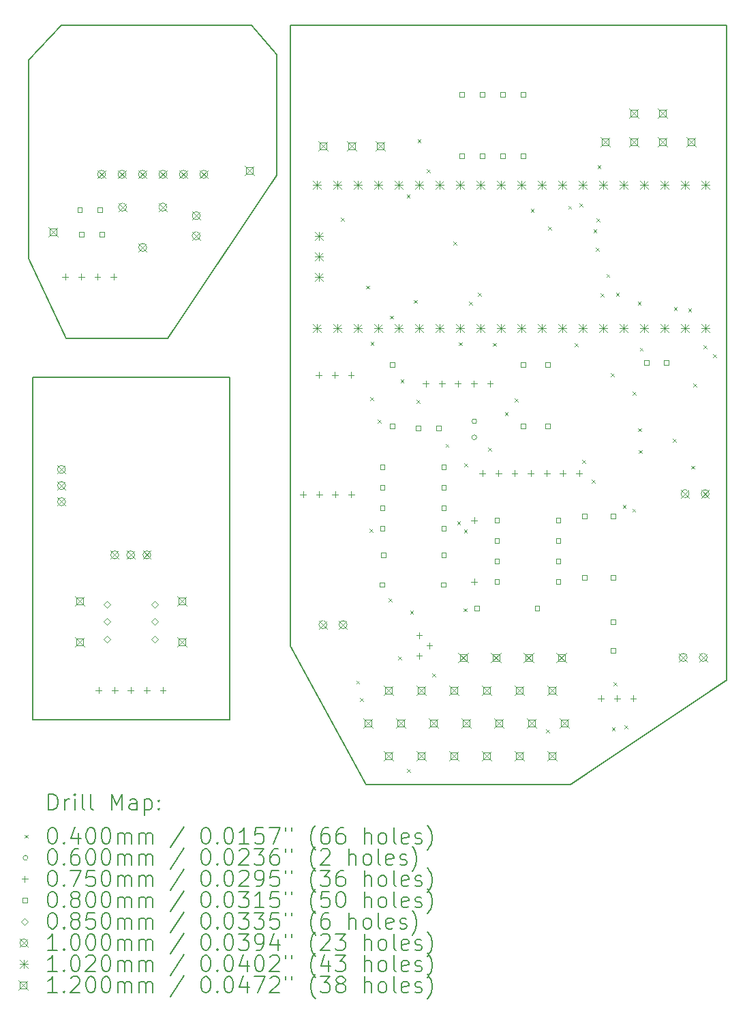
<source format=gbr>
%TF.GenerationSoftware,KiCad,Pcbnew,6.0.11+dfsg-1~bpo11+1*%
%TF.CreationDate,2025-04-08T22:30:38+02:00*%
%TF.ProjectId,v4d2_pico,76346432-5f70-4696-936f-2e6b69636164,rev?*%
%TF.SameCoordinates,Original*%
%TF.FileFunction,Drillmap*%
%TF.FilePolarity,Positive*%
%FSLAX45Y45*%
G04 Gerber Fmt 4.5, Leading zero omitted, Abs format (unit mm)*
G04 Created by KiCad (PCBNEW 6.0.11+dfsg-1~bpo11+1) date 2025-04-08 22:30:38*
%MOMM*%
%LPD*%
G01*
G04 APERTURE LIST*
%ADD10C,0.150000*%
%ADD11C,0.200000*%
%ADD12C,0.040000*%
%ADD13C,0.060000*%
%ADD14C,0.075000*%
%ADD15C,0.080000*%
%ADD16C,0.085000*%
%ADD17C,0.100000*%
%ADD18C,0.102000*%
%ADD19C,0.120000*%
G04 APERTURE END LIST*
D10*
X16954500Y-2260600D02*
X17360900Y-1828800D01*
X16954500Y-4724400D02*
X16954500Y-2260600D01*
X17424400Y-5715000D02*
X16954500Y-4724400D01*
X18681700Y-5715000D02*
X17424400Y-5715000D01*
X20040600Y-3695700D02*
X18681700Y-5715000D01*
X20040600Y-2197100D02*
X20040600Y-3695700D01*
X19723100Y-1828800D02*
X20040600Y-2197100D01*
X17360900Y-1828800D02*
X19723100Y-1828800D01*
X17005300Y-6197600D02*
X19456400Y-6197600D01*
X19456400Y-6197600D02*
X19456400Y-10452100D01*
X19456400Y-10452100D02*
X17005300Y-10452100D01*
X17005300Y-10452100D02*
X17005300Y-6197600D01*
X25628600Y-1828800D02*
X25628600Y-9956800D01*
X20205700Y-1828800D02*
X25628600Y-1828800D01*
X20205700Y-9537700D02*
X20205700Y-1828800D01*
X21145500Y-11252200D02*
X20205700Y-9537700D01*
X23685500Y-11252200D02*
X21145500Y-11252200D01*
X25628600Y-9956800D02*
X23685500Y-11252200D01*
D11*
D12*
X20835670Y-4219350D02*
X20875670Y-4259350D01*
X20875670Y-4219350D02*
X20835670Y-4259350D01*
X21026420Y-9965700D02*
X21066420Y-10005700D01*
X21066420Y-9965700D02*
X21026420Y-10005700D01*
X21074480Y-10179380D02*
X21114480Y-10219380D01*
X21114480Y-10179380D02*
X21074480Y-10219380D01*
X21145470Y-5062440D02*
X21185470Y-5102440D01*
X21185470Y-5062440D02*
X21145470Y-5102440D01*
X21188630Y-8081650D02*
X21228630Y-8121650D01*
X21228630Y-8081650D02*
X21188630Y-8121650D01*
X21201000Y-6446090D02*
X21241000Y-6486090D01*
X21241000Y-6446090D02*
X21201000Y-6486090D01*
X21203240Y-5761310D02*
X21243240Y-5801310D01*
X21243240Y-5761310D02*
X21203240Y-5801310D01*
X21289970Y-6724390D02*
X21329970Y-6764390D01*
X21329970Y-6724390D02*
X21289970Y-6764390D01*
X21430250Y-8946790D02*
X21470250Y-8986790D01*
X21470250Y-8946790D02*
X21430250Y-8986790D01*
X21443350Y-5436300D02*
X21483350Y-5476300D01*
X21483350Y-5436300D02*
X21443350Y-5476300D01*
X21545550Y-9661870D02*
X21585550Y-9701870D01*
X21585550Y-9661870D02*
X21545550Y-9701870D01*
X21574900Y-6228480D02*
X21614900Y-6268480D01*
X21614900Y-6228480D02*
X21574900Y-6268480D01*
X21651040Y-3935710D02*
X21691040Y-3975710D01*
X21691040Y-3935710D02*
X21651040Y-3975710D01*
X21653770Y-11063760D02*
X21693770Y-11103760D01*
X21693770Y-11063760D02*
X21653770Y-11103760D01*
X21695570Y-9099770D02*
X21735570Y-9139770D01*
X21735570Y-9099770D02*
X21695570Y-9139770D01*
X21740590Y-5241720D02*
X21780590Y-5281720D01*
X21780590Y-5241720D02*
X21740590Y-5281720D01*
X21776210Y-6479560D02*
X21816210Y-6519560D01*
X21816210Y-6479560D02*
X21776210Y-6519560D01*
X21787500Y-3246760D02*
X21827500Y-3286760D01*
X21827500Y-3246760D02*
X21787500Y-3286760D01*
X21901920Y-3621340D02*
X21941920Y-3661340D01*
X21941920Y-3621340D02*
X21901920Y-3661340D01*
X21968840Y-9877560D02*
X22008840Y-9917560D01*
X22008840Y-9877560D02*
X21968840Y-9917560D01*
X22135800Y-7027330D02*
X22175800Y-7067330D01*
X22175800Y-7027330D02*
X22135800Y-7067330D01*
X22234930Y-4514720D02*
X22274930Y-4554720D01*
X22274930Y-4514720D02*
X22234930Y-4554720D01*
X22278650Y-7990130D02*
X22318650Y-8030130D01*
X22318650Y-7990130D02*
X22278650Y-8030130D01*
X22299340Y-5766540D02*
X22339340Y-5806540D01*
X22339340Y-5766540D02*
X22299340Y-5806540D01*
X22359950Y-9068090D02*
X22399950Y-9108090D01*
X22399950Y-9068090D02*
X22359950Y-9108090D01*
X22364160Y-8089510D02*
X22404160Y-8129510D01*
X22404160Y-8089510D02*
X22364160Y-8129510D01*
X22366840Y-7271530D02*
X22406840Y-7311530D01*
X22406840Y-7271530D02*
X22366840Y-7311530D01*
X22426800Y-5262370D02*
X22466800Y-5302370D01*
X22466800Y-5262370D02*
X22426800Y-5302370D01*
X22539850Y-5152090D02*
X22579850Y-5192090D01*
X22579850Y-5152090D02*
X22539850Y-5192090D01*
X22666270Y-7071670D02*
X22706270Y-7111670D01*
X22706270Y-7071670D02*
X22666270Y-7111670D01*
X22725580Y-5774260D02*
X22765580Y-5814260D01*
X22765580Y-5774260D02*
X22725580Y-5814260D01*
X22870340Y-6632610D02*
X22910340Y-6672610D01*
X22910340Y-6632610D02*
X22870340Y-6672610D01*
X22996910Y-6462040D02*
X23036910Y-6502040D01*
X23036910Y-6462040D02*
X22996910Y-6502040D01*
X23193970Y-4109830D02*
X23233970Y-4149830D01*
X23233970Y-4109830D02*
X23193970Y-4149830D01*
X23386100Y-10569940D02*
X23426100Y-10609940D01*
X23426100Y-10569940D02*
X23386100Y-10609940D01*
X23411860Y-4330480D02*
X23451860Y-4370480D01*
X23451860Y-4330480D02*
X23411860Y-4370480D01*
X23659720Y-4071490D02*
X23699720Y-4111490D01*
X23699720Y-4071490D02*
X23659720Y-4111490D01*
X23738280Y-5780860D02*
X23778280Y-5820860D01*
X23778280Y-5780860D02*
X23738280Y-5820860D01*
X23799000Y-4045770D02*
X23839000Y-4085770D01*
X23839000Y-4045770D02*
X23799000Y-4085770D01*
X23831850Y-7223870D02*
X23871850Y-7263870D01*
X23871850Y-7223870D02*
X23831850Y-7263870D01*
X23950270Y-7469370D02*
X23990270Y-7509370D01*
X23990270Y-7469370D02*
X23950270Y-7509370D01*
X23972450Y-4365700D02*
X24012450Y-4405700D01*
X24012450Y-4365700D02*
X23972450Y-4405700D01*
X24002130Y-4594620D02*
X24042130Y-4634620D01*
X24042130Y-4594620D02*
X24002130Y-4634620D01*
X24008360Y-4228230D02*
X24048360Y-4268230D01*
X24048360Y-4228230D02*
X24008360Y-4268230D01*
X24022720Y-3570210D02*
X24062720Y-3610210D01*
X24062720Y-3570210D02*
X24022720Y-3610210D01*
X24060010Y-5161860D02*
X24100010Y-5201860D01*
X24100010Y-5161860D02*
X24060010Y-5201860D01*
X24132540Y-4919170D02*
X24172540Y-4959170D01*
X24172540Y-4919170D02*
X24132540Y-4959170D01*
X24189580Y-6151300D02*
X24229580Y-6191300D01*
X24229580Y-6151300D02*
X24189580Y-6191300D01*
X24201590Y-10543220D02*
X24241590Y-10583220D01*
X24241590Y-10543220D02*
X24201590Y-10583220D01*
X24223970Y-9987930D02*
X24263970Y-10027930D01*
X24263970Y-9987930D02*
X24223970Y-10027930D01*
X24252140Y-5150360D02*
X24292140Y-5190360D01*
X24292140Y-5150360D02*
X24252140Y-5190360D01*
X24336890Y-7787640D02*
X24376890Y-7827640D01*
X24376890Y-7787640D02*
X24336890Y-7827640D01*
X24360030Y-10519210D02*
X24400030Y-10559210D01*
X24400030Y-10519210D02*
X24360030Y-10559210D01*
X24455570Y-7831200D02*
X24495570Y-7871200D01*
X24495570Y-7831200D02*
X24455570Y-7871200D01*
X24461840Y-6379700D02*
X24501840Y-6419700D01*
X24501840Y-6379700D02*
X24461840Y-6419700D01*
X24521860Y-5260860D02*
X24561860Y-5300860D01*
X24561860Y-5260860D02*
X24521860Y-5300860D01*
X24528080Y-6831760D02*
X24568080Y-6871760D01*
X24568080Y-6831760D02*
X24528080Y-6871760D01*
X24536010Y-7102830D02*
X24576010Y-7142830D01*
X24576010Y-7102830D02*
X24536010Y-7142830D01*
X24548470Y-5833620D02*
X24588470Y-5873620D01*
X24588470Y-5833620D02*
X24548470Y-5873620D01*
X24961180Y-6964100D02*
X25001180Y-7004100D01*
X25001180Y-6964100D02*
X24961180Y-7004100D01*
X24971110Y-5328740D02*
X25011110Y-5368740D01*
X25011110Y-5328740D02*
X24971110Y-5368740D01*
X25148240Y-5346610D02*
X25188240Y-5386610D01*
X25188240Y-5346610D02*
X25148240Y-5386610D01*
X25189060Y-7298620D02*
X25229060Y-7338620D01*
X25229060Y-7298620D02*
X25189060Y-7338620D01*
X25213650Y-6279200D02*
X25253650Y-6319200D01*
X25253650Y-6279200D02*
X25213650Y-6319200D01*
X25336510Y-5806760D02*
X25376510Y-5846760D01*
X25376510Y-5806760D02*
X25336510Y-5846760D01*
X25456200Y-5910900D02*
X25496200Y-5950900D01*
X25496200Y-5910900D02*
X25456200Y-5950900D01*
D13*
X22521700Y-6746300D02*
G75*
G03*
X22521700Y-6746300I-30000J0D01*
G01*
X22521700Y-6946300D02*
G75*
G03*
X22521700Y-6946300I-30000J0D01*
G01*
D14*
X17411700Y-4915500D02*
X17411700Y-4990500D01*
X17374200Y-4953000D02*
X17449200Y-4953000D01*
X17611700Y-4915500D02*
X17611700Y-4990500D01*
X17574200Y-4953000D02*
X17649200Y-4953000D01*
X17811700Y-4915500D02*
X17811700Y-4990500D01*
X17774200Y-4953000D02*
X17849200Y-4953000D01*
X17824500Y-10046300D02*
X17824500Y-10121300D01*
X17787000Y-10083800D02*
X17862000Y-10083800D01*
X18011700Y-4915500D02*
X18011700Y-4990500D01*
X17974200Y-4953000D02*
X18049200Y-4953000D01*
X18024500Y-10046300D02*
X18024500Y-10121300D01*
X17987000Y-10083800D02*
X18062000Y-10083800D01*
X18224500Y-10046300D02*
X18224500Y-10121300D01*
X18187000Y-10083800D02*
X18262000Y-10083800D01*
X18424500Y-10046300D02*
X18424500Y-10121300D01*
X18387000Y-10083800D02*
X18462000Y-10083800D01*
X18624500Y-10046300D02*
X18624500Y-10121300D01*
X18587000Y-10083800D02*
X18662000Y-10083800D01*
X20364500Y-7616900D02*
X20364500Y-7691900D01*
X20327000Y-7654400D02*
X20402000Y-7654400D01*
X20561300Y-6134700D02*
X20561300Y-6209700D01*
X20523800Y-6172200D02*
X20598800Y-6172200D01*
X20564500Y-7616900D02*
X20564500Y-7691900D01*
X20527000Y-7654400D02*
X20602000Y-7654400D01*
X20761300Y-6134700D02*
X20761300Y-6209700D01*
X20723800Y-6172200D02*
X20798800Y-6172200D01*
X20764500Y-7616900D02*
X20764500Y-7691900D01*
X20727000Y-7654400D02*
X20802000Y-7654400D01*
X20961300Y-6134700D02*
X20961300Y-6209700D01*
X20923800Y-6172200D02*
X20998800Y-6172200D01*
X20964500Y-7616900D02*
X20964500Y-7691900D01*
X20927000Y-7654400D02*
X21002000Y-7654400D01*
X21807500Y-9365700D02*
X21807500Y-9440700D01*
X21770000Y-9403200D02*
X21845000Y-9403200D01*
X21807500Y-9619700D02*
X21807500Y-9694700D01*
X21770000Y-9657200D02*
X21845000Y-9657200D01*
X21888500Y-6240500D02*
X21888500Y-6315500D01*
X21851000Y-6278000D02*
X21926000Y-6278000D01*
X21934500Y-9492700D02*
X21934500Y-9567700D01*
X21897000Y-9530200D02*
X21972000Y-9530200D01*
X22088500Y-6240500D02*
X22088500Y-6315500D01*
X22051000Y-6278000D02*
X22126000Y-6278000D01*
X22288500Y-6240500D02*
X22288500Y-6315500D01*
X22251000Y-6278000D02*
X22326000Y-6278000D01*
X22488500Y-6240500D02*
X22488500Y-6315500D01*
X22451000Y-6278000D02*
X22526000Y-6278000D01*
X22491700Y-7937600D02*
X22491700Y-8012600D01*
X22454200Y-7975100D02*
X22529200Y-7975100D01*
X22491700Y-8699600D02*
X22491700Y-8774600D01*
X22454200Y-8737100D02*
X22529200Y-8737100D01*
X22593300Y-7353900D02*
X22593300Y-7428900D01*
X22555800Y-7391400D02*
X22630800Y-7391400D01*
X22688500Y-6240500D02*
X22688500Y-6315500D01*
X22651000Y-6278000D02*
X22726000Y-6278000D01*
X22793300Y-7353900D02*
X22793300Y-7428900D01*
X22755800Y-7391400D02*
X22830800Y-7391400D01*
X22993300Y-7353900D02*
X22993300Y-7428900D01*
X22955800Y-7391400D02*
X23030800Y-7391400D01*
X23193300Y-7353900D02*
X23193300Y-7428900D01*
X23155800Y-7391400D02*
X23230800Y-7391400D01*
X23393300Y-7353900D02*
X23393300Y-7428900D01*
X23355800Y-7391400D02*
X23430800Y-7391400D01*
X23593300Y-7353900D02*
X23593300Y-7428900D01*
X23555800Y-7391400D02*
X23630800Y-7391400D01*
X23793300Y-7353900D02*
X23793300Y-7428900D01*
X23755800Y-7391400D02*
X23830800Y-7391400D01*
X24066500Y-10147900D02*
X24066500Y-10222900D01*
X24029000Y-10185400D02*
X24104000Y-10185400D01*
X24266500Y-10147900D02*
X24266500Y-10222900D01*
X24229000Y-10185400D02*
X24304000Y-10185400D01*
X24466500Y-10147900D02*
X24466500Y-10222900D01*
X24429000Y-10185400D02*
X24504000Y-10185400D01*
D15*
X17619785Y-4153084D02*
X17619785Y-4096515D01*
X17563216Y-4096515D01*
X17563216Y-4153084D01*
X17619785Y-4153084D01*
X17643185Y-4457885D02*
X17643185Y-4401316D01*
X17586616Y-4401316D01*
X17586616Y-4457885D01*
X17643185Y-4457885D01*
X17869785Y-4153084D02*
X17869785Y-4096515D01*
X17813216Y-4096515D01*
X17813216Y-4153084D01*
X17869785Y-4153084D01*
X17893185Y-4457885D02*
X17893185Y-4401316D01*
X17836616Y-4401316D01*
X17836616Y-4457885D01*
X17893185Y-4457885D01*
X21376985Y-8803985D02*
X21376985Y-8747416D01*
X21320416Y-8747416D01*
X21320416Y-8803985D01*
X21376985Y-8803985D01*
X21377985Y-7344484D02*
X21377985Y-7287915D01*
X21321416Y-7287915D01*
X21321416Y-7344484D01*
X21377985Y-7344484D01*
X21377985Y-7598484D02*
X21377985Y-7541915D01*
X21321416Y-7541915D01*
X21321416Y-7598484D01*
X21377985Y-7598484D01*
X21377985Y-7852484D02*
X21377985Y-7795915D01*
X21321416Y-7795915D01*
X21321416Y-7852484D01*
X21377985Y-7852484D01*
X21377985Y-8106484D02*
X21377985Y-8049915D01*
X21321416Y-8049915D01*
X21321416Y-8106484D01*
X21377985Y-8106484D01*
X21389685Y-8435685D02*
X21389685Y-8379115D01*
X21333116Y-8379115D01*
X21333116Y-8435685D01*
X21389685Y-8435685D01*
X21503985Y-6073484D02*
X21503985Y-6016915D01*
X21447416Y-6016915D01*
X21447416Y-6073484D01*
X21503985Y-6073484D01*
X21503985Y-6835484D02*
X21503985Y-6778915D01*
X21447416Y-6778915D01*
X21447416Y-6835484D01*
X21503985Y-6835484D01*
X21825785Y-6860884D02*
X21825785Y-6804315D01*
X21769216Y-6804315D01*
X21769216Y-6860884D01*
X21825785Y-6860884D01*
X22075785Y-6860884D02*
X22075785Y-6804315D01*
X22019216Y-6804315D01*
X22019216Y-6860884D01*
X22075785Y-6860884D01*
X22138985Y-8803985D02*
X22138985Y-8747416D01*
X22082416Y-8747416D01*
X22082416Y-8803985D01*
X22138985Y-8803985D01*
X22139685Y-8435685D02*
X22139685Y-8379115D01*
X22083116Y-8379115D01*
X22083116Y-8435685D01*
X22139685Y-8435685D01*
X22139985Y-7344484D02*
X22139985Y-7287915D01*
X22083416Y-7287915D01*
X22083416Y-7344484D01*
X22139985Y-7344484D01*
X22139985Y-7598484D02*
X22139985Y-7541915D01*
X22083416Y-7541915D01*
X22083416Y-7598484D01*
X22139985Y-7598484D01*
X22139985Y-7852484D02*
X22139985Y-7795915D01*
X22083416Y-7795915D01*
X22083416Y-7852484D01*
X22139985Y-7852484D01*
X22139985Y-8106484D02*
X22139985Y-8049915D01*
X22083416Y-8049915D01*
X22083416Y-8106484D01*
X22139985Y-8106484D01*
X22366585Y-2721685D02*
X22366585Y-2665116D01*
X22310016Y-2665116D01*
X22310016Y-2721685D01*
X22366585Y-2721685D01*
X22366585Y-3483684D02*
X22366585Y-3427115D01*
X22310016Y-3427115D01*
X22310016Y-3483684D01*
X22366585Y-3483684D01*
X22551384Y-9096085D02*
X22551384Y-9039516D01*
X22494815Y-9039516D01*
X22494815Y-9096085D01*
X22551384Y-9096085D01*
X22620584Y-2721685D02*
X22620584Y-2665116D01*
X22564015Y-2665116D01*
X22564015Y-2721685D01*
X22620584Y-2721685D01*
X22620584Y-3483684D02*
X22620584Y-3427115D01*
X22564015Y-3427115D01*
X22564015Y-3483684D01*
X22620584Y-3483684D01*
X22800384Y-8004884D02*
X22800384Y-7948315D01*
X22743815Y-7948315D01*
X22743815Y-8004884D01*
X22800384Y-8004884D01*
X22800384Y-8258884D02*
X22800384Y-8202315D01*
X22743815Y-8202315D01*
X22743815Y-8258884D01*
X22800384Y-8258884D01*
X22800384Y-8512885D02*
X22800384Y-8456316D01*
X22743815Y-8456316D01*
X22743815Y-8512885D01*
X22800384Y-8512885D01*
X22800384Y-8766885D02*
X22800384Y-8710316D01*
X22743815Y-8710316D01*
X22743815Y-8766885D01*
X22800384Y-8766885D01*
X22874584Y-2721685D02*
X22874584Y-2665116D01*
X22818015Y-2665116D01*
X22818015Y-2721685D01*
X22874584Y-2721685D01*
X22874584Y-3483684D02*
X22874584Y-3427115D01*
X22818015Y-3427115D01*
X22818015Y-3483684D01*
X22874584Y-3483684D01*
X23128584Y-2721685D02*
X23128584Y-2665116D01*
X23072015Y-2665116D01*
X23072015Y-2721685D01*
X23128584Y-2721685D01*
X23128584Y-3483684D02*
X23128584Y-3427115D01*
X23072015Y-3427115D01*
X23072015Y-3483684D01*
X23128584Y-3483684D01*
X23129584Y-6073484D02*
X23129584Y-6016915D01*
X23073015Y-6016915D01*
X23073015Y-6073484D01*
X23129584Y-6073484D01*
X23129584Y-6835484D02*
X23129584Y-6778915D01*
X23073015Y-6778915D01*
X23073015Y-6835484D01*
X23129584Y-6835484D01*
X23301384Y-9096085D02*
X23301384Y-9039516D01*
X23244815Y-9039516D01*
X23244815Y-9096085D01*
X23301384Y-9096085D01*
X23434384Y-6073484D02*
X23434384Y-6016915D01*
X23377815Y-6016915D01*
X23377815Y-6073484D01*
X23434384Y-6073484D01*
X23434384Y-6835484D02*
X23434384Y-6778915D01*
X23377815Y-6778915D01*
X23377815Y-6835484D01*
X23434384Y-6835484D01*
X23562384Y-8004884D02*
X23562384Y-7948315D01*
X23505815Y-7948315D01*
X23505815Y-8004884D01*
X23562384Y-8004884D01*
X23562384Y-8258884D02*
X23562384Y-8202315D01*
X23505815Y-8202315D01*
X23505815Y-8258884D01*
X23562384Y-8258884D01*
X23562384Y-8512885D02*
X23562384Y-8456316D01*
X23505815Y-8456316D01*
X23505815Y-8512885D01*
X23562384Y-8512885D01*
X23562384Y-8766885D02*
X23562384Y-8710316D01*
X23505815Y-8710316D01*
X23505815Y-8766885D01*
X23562384Y-8766885D01*
X23891584Y-7953084D02*
X23891584Y-7896515D01*
X23835015Y-7896515D01*
X23835015Y-7953084D01*
X23891584Y-7953084D01*
X23891584Y-8715085D02*
X23891584Y-8658516D01*
X23835015Y-8658516D01*
X23835015Y-8715085D01*
X23891584Y-8715085D01*
X24247184Y-7953084D02*
X24247184Y-7896515D01*
X24190615Y-7896515D01*
X24190615Y-7953084D01*
X24247184Y-7953084D01*
X24247184Y-8715085D02*
X24247184Y-8658516D01*
X24190615Y-8658516D01*
X24190615Y-8715085D01*
X24247184Y-8715085D01*
X24247184Y-9266955D02*
X24247184Y-9210386D01*
X24190615Y-9210386D01*
X24190615Y-9266955D01*
X24247184Y-9266955D01*
X24247184Y-9616955D02*
X24247184Y-9560386D01*
X24190615Y-9560386D01*
X24190615Y-9616955D01*
X24247184Y-9616955D01*
X24657584Y-6048084D02*
X24657584Y-5991515D01*
X24601015Y-5991515D01*
X24601015Y-6048084D01*
X24657584Y-6048084D01*
X24907584Y-6048084D02*
X24907584Y-5991515D01*
X24851015Y-5991515D01*
X24851015Y-6048084D01*
X24907584Y-6048084D01*
D16*
X17929500Y-9061100D02*
X17972000Y-9018600D01*
X17929500Y-8976100D01*
X17887000Y-9018600D01*
X17929500Y-9061100D01*
X17929500Y-9276100D02*
X17972000Y-9233600D01*
X17929500Y-9191100D01*
X17887000Y-9233600D01*
X17929500Y-9276100D01*
X17929500Y-9491100D02*
X17972000Y-9448600D01*
X17929500Y-9406100D01*
X17887000Y-9448600D01*
X17929500Y-9491100D01*
X18519500Y-9061100D02*
X18562000Y-9018600D01*
X18519500Y-8976100D01*
X18477000Y-9018600D01*
X18519500Y-9061100D01*
X18519500Y-9276100D02*
X18562000Y-9233600D01*
X18519500Y-9191100D01*
X18477000Y-9233600D01*
X18519500Y-9276100D01*
X18519500Y-9491100D02*
X18562000Y-9448600D01*
X18519500Y-9406100D01*
X18477000Y-9448600D01*
X18519500Y-9491100D01*
D17*
X17314500Y-7294600D02*
X17414500Y-7394600D01*
X17414500Y-7294600D02*
X17314500Y-7394600D01*
X17414500Y-7344600D02*
G75*
G03*
X17414500Y-7344600I-50000J0D01*
G01*
X17314500Y-7494600D02*
X17414500Y-7594600D01*
X17414500Y-7494600D02*
X17314500Y-7594600D01*
X17414500Y-7544600D02*
G75*
G03*
X17414500Y-7544600I-50000J0D01*
G01*
X17314500Y-7694600D02*
X17414500Y-7794600D01*
X17414500Y-7694600D02*
X17314500Y-7794600D01*
X17414500Y-7744600D02*
G75*
G03*
X17414500Y-7744600I-50000J0D01*
G01*
X17811900Y-3631600D02*
X17911900Y-3731600D01*
X17911900Y-3631600D02*
X17811900Y-3731600D01*
X17911900Y-3681600D02*
G75*
G03*
X17911900Y-3681600I-50000J0D01*
G01*
X17974500Y-8354600D02*
X18074500Y-8454600D01*
X18074500Y-8354600D02*
X17974500Y-8454600D01*
X18074500Y-8404600D02*
G75*
G03*
X18074500Y-8404600I-50000J0D01*
G01*
X18065900Y-3631600D02*
X18165900Y-3731600D01*
X18165900Y-3631600D02*
X18065900Y-3731600D01*
X18165900Y-3681600D02*
G75*
G03*
X18165900Y-3681600I-50000J0D01*
G01*
X18072900Y-4039400D02*
X18172900Y-4139400D01*
X18172900Y-4039400D02*
X18072900Y-4139400D01*
X18172900Y-4089400D02*
G75*
G03*
X18172900Y-4089400I-50000J0D01*
G01*
X18174500Y-8354600D02*
X18274500Y-8454600D01*
X18274500Y-8354600D02*
X18174500Y-8454600D01*
X18274500Y-8404600D02*
G75*
G03*
X18274500Y-8404600I-50000J0D01*
G01*
X18319900Y-3631600D02*
X18419900Y-3731600D01*
X18419900Y-3631600D02*
X18319900Y-3731600D01*
X18419900Y-3681600D02*
G75*
G03*
X18419900Y-3681600I-50000J0D01*
G01*
X18322900Y-4539400D02*
X18422900Y-4639400D01*
X18422900Y-4539400D02*
X18322900Y-4639400D01*
X18422900Y-4589400D02*
G75*
G03*
X18422900Y-4589400I-50000J0D01*
G01*
X18374500Y-8354600D02*
X18474500Y-8454600D01*
X18474500Y-8354600D02*
X18374500Y-8454600D01*
X18474500Y-8404600D02*
G75*
G03*
X18474500Y-8404600I-50000J0D01*
G01*
X18572900Y-4039400D02*
X18672900Y-4139400D01*
X18672900Y-4039400D02*
X18572900Y-4139400D01*
X18672900Y-4089400D02*
G75*
G03*
X18672900Y-4089400I-50000J0D01*
G01*
X18573900Y-3631600D02*
X18673900Y-3731600D01*
X18673900Y-3631600D02*
X18573900Y-3731600D01*
X18673900Y-3681600D02*
G75*
G03*
X18673900Y-3681600I-50000J0D01*
G01*
X18827900Y-3631600D02*
X18927900Y-3731600D01*
X18927900Y-3631600D02*
X18827900Y-3731600D01*
X18927900Y-3681600D02*
G75*
G03*
X18927900Y-3681600I-50000J0D01*
G01*
X18987300Y-4145000D02*
X19087300Y-4245000D01*
X19087300Y-4145000D02*
X18987300Y-4245000D01*
X19087300Y-4195000D02*
G75*
G03*
X19087300Y-4195000I-50000J0D01*
G01*
X18987300Y-4395000D02*
X19087300Y-4495000D01*
X19087300Y-4395000D02*
X18987300Y-4495000D01*
X19087300Y-4445000D02*
G75*
G03*
X19087300Y-4445000I-50000J0D01*
G01*
X19081900Y-3631600D02*
X19181900Y-3731600D01*
X19181900Y-3631600D02*
X19081900Y-3731600D01*
X19181900Y-3681600D02*
G75*
G03*
X19181900Y-3681600I-50000J0D01*
G01*
X20562100Y-9221000D02*
X20662100Y-9321000D01*
X20662100Y-9221000D02*
X20562100Y-9321000D01*
X20662100Y-9271000D02*
G75*
G03*
X20662100Y-9271000I-50000J0D01*
G01*
X20812100Y-9221000D02*
X20912100Y-9321000D01*
X20912100Y-9221000D02*
X20812100Y-9321000D01*
X20912100Y-9271000D02*
G75*
G03*
X20912100Y-9271000I-50000J0D01*
G01*
X25036500Y-9627400D02*
X25136500Y-9727400D01*
X25136500Y-9627400D02*
X25036500Y-9727400D01*
X25136500Y-9677400D02*
G75*
G03*
X25136500Y-9677400I-50000J0D01*
G01*
X25059900Y-7595400D02*
X25159900Y-7695400D01*
X25159900Y-7595400D02*
X25059900Y-7695400D01*
X25159900Y-7645400D02*
G75*
G03*
X25159900Y-7645400I-50000J0D01*
G01*
X25286500Y-9627400D02*
X25386500Y-9727400D01*
X25386500Y-9627400D02*
X25286500Y-9727400D01*
X25386500Y-9677400D02*
G75*
G03*
X25386500Y-9677400I-50000J0D01*
G01*
X25309900Y-7595400D02*
X25409900Y-7695400D01*
X25409900Y-7595400D02*
X25309900Y-7695400D01*
X25409900Y-7645400D02*
G75*
G03*
X25409900Y-7645400I-50000J0D01*
G01*
D18*
X20486500Y-3759000D02*
X20588500Y-3861000D01*
X20588500Y-3759000D02*
X20486500Y-3861000D01*
X20537500Y-3759000D02*
X20537500Y-3861000D01*
X20486500Y-3810000D02*
X20588500Y-3810000D01*
X20486500Y-5537000D02*
X20588500Y-5639000D01*
X20588500Y-5537000D02*
X20486500Y-5639000D01*
X20537500Y-5537000D02*
X20537500Y-5639000D01*
X20486500Y-5588000D02*
X20588500Y-5588000D01*
X20509500Y-4394000D02*
X20611500Y-4496000D01*
X20611500Y-4394000D02*
X20509500Y-4496000D01*
X20560500Y-4394000D02*
X20560500Y-4496000D01*
X20509500Y-4445000D02*
X20611500Y-4445000D01*
X20509500Y-4648000D02*
X20611500Y-4750000D01*
X20611500Y-4648000D02*
X20509500Y-4750000D01*
X20560500Y-4648000D02*
X20560500Y-4750000D01*
X20509500Y-4699000D02*
X20611500Y-4699000D01*
X20509500Y-4902000D02*
X20611500Y-5004000D01*
X20611500Y-4902000D02*
X20509500Y-5004000D01*
X20560500Y-4902000D02*
X20560500Y-5004000D01*
X20509500Y-4953000D02*
X20611500Y-4953000D01*
X20740500Y-3759000D02*
X20842500Y-3861000D01*
X20842500Y-3759000D02*
X20740500Y-3861000D01*
X20791500Y-3759000D02*
X20791500Y-3861000D01*
X20740500Y-3810000D02*
X20842500Y-3810000D01*
X20740500Y-5537000D02*
X20842500Y-5639000D01*
X20842500Y-5537000D02*
X20740500Y-5639000D01*
X20791500Y-5537000D02*
X20791500Y-5639000D01*
X20740500Y-5588000D02*
X20842500Y-5588000D01*
X20994500Y-3759000D02*
X21096500Y-3861000D01*
X21096500Y-3759000D02*
X20994500Y-3861000D01*
X21045500Y-3759000D02*
X21045500Y-3861000D01*
X20994500Y-3810000D02*
X21096500Y-3810000D01*
X20994500Y-5537000D02*
X21096500Y-5639000D01*
X21096500Y-5537000D02*
X20994500Y-5639000D01*
X21045500Y-5537000D02*
X21045500Y-5639000D01*
X20994500Y-5588000D02*
X21096500Y-5588000D01*
X21248500Y-3759000D02*
X21350500Y-3861000D01*
X21350500Y-3759000D02*
X21248500Y-3861000D01*
X21299500Y-3759000D02*
X21299500Y-3861000D01*
X21248500Y-3810000D02*
X21350500Y-3810000D01*
X21248500Y-5537000D02*
X21350500Y-5639000D01*
X21350500Y-5537000D02*
X21248500Y-5639000D01*
X21299500Y-5537000D02*
X21299500Y-5639000D01*
X21248500Y-5588000D02*
X21350500Y-5588000D01*
X21502500Y-3759000D02*
X21604500Y-3861000D01*
X21604500Y-3759000D02*
X21502500Y-3861000D01*
X21553500Y-3759000D02*
X21553500Y-3861000D01*
X21502500Y-3810000D02*
X21604500Y-3810000D01*
X21502500Y-5537000D02*
X21604500Y-5639000D01*
X21604500Y-5537000D02*
X21502500Y-5639000D01*
X21553500Y-5537000D02*
X21553500Y-5639000D01*
X21502500Y-5588000D02*
X21604500Y-5588000D01*
X21756500Y-3759000D02*
X21858500Y-3861000D01*
X21858500Y-3759000D02*
X21756500Y-3861000D01*
X21807500Y-3759000D02*
X21807500Y-3861000D01*
X21756500Y-3810000D02*
X21858500Y-3810000D01*
X21756500Y-5537000D02*
X21858500Y-5639000D01*
X21858500Y-5537000D02*
X21756500Y-5639000D01*
X21807500Y-5537000D02*
X21807500Y-5639000D01*
X21756500Y-5588000D02*
X21858500Y-5588000D01*
X22010500Y-3759000D02*
X22112500Y-3861000D01*
X22112500Y-3759000D02*
X22010500Y-3861000D01*
X22061500Y-3759000D02*
X22061500Y-3861000D01*
X22010500Y-3810000D02*
X22112500Y-3810000D01*
X22010500Y-5537000D02*
X22112500Y-5639000D01*
X22112500Y-5537000D02*
X22010500Y-5639000D01*
X22061500Y-5537000D02*
X22061500Y-5639000D01*
X22010500Y-5588000D02*
X22112500Y-5588000D01*
X22264500Y-3759000D02*
X22366500Y-3861000D01*
X22366500Y-3759000D02*
X22264500Y-3861000D01*
X22315500Y-3759000D02*
X22315500Y-3861000D01*
X22264500Y-3810000D02*
X22366500Y-3810000D01*
X22264500Y-5537000D02*
X22366500Y-5639000D01*
X22366500Y-5537000D02*
X22264500Y-5639000D01*
X22315500Y-5537000D02*
X22315500Y-5639000D01*
X22264500Y-5588000D02*
X22366500Y-5588000D01*
X22518500Y-3759000D02*
X22620500Y-3861000D01*
X22620500Y-3759000D02*
X22518500Y-3861000D01*
X22569500Y-3759000D02*
X22569500Y-3861000D01*
X22518500Y-3810000D02*
X22620500Y-3810000D01*
X22518500Y-5537000D02*
X22620500Y-5639000D01*
X22620500Y-5537000D02*
X22518500Y-5639000D01*
X22569500Y-5537000D02*
X22569500Y-5639000D01*
X22518500Y-5588000D02*
X22620500Y-5588000D01*
X22772500Y-3759000D02*
X22874500Y-3861000D01*
X22874500Y-3759000D02*
X22772500Y-3861000D01*
X22823500Y-3759000D02*
X22823500Y-3861000D01*
X22772500Y-3810000D02*
X22874500Y-3810000D01*
X22772500Y-5537000D02*
X22874500Y-5639000D01*
X22874500Y-5537000D02*
X22772500Y-5639000D01*
X22823500Y-5537000D02*
X22823500Y-5639000D01*
X22772500Y-5588000D02*
X22874500Y-5588000D01*
X23026500Y-3759000D02*
X23128500Y-3861000D01*
X23128500Y-3759000D02*
X23026500Y-3861000D01*
X23077500Y-3759000D02*
X23077500Y-3861000D01*
X23026500Y-3810000D02*
X23128500Y-3810000D01*
X23026500Y-5537000D02*
X23128500Y-5639000D01*
X23128500Y-5537000D02*
X23026500Y-5639000D01*
X23077500Y-5537000D02*
X23077500Y-5639000D01*
X23026500Y-5588000D02*
X23128500Y-5588000D01*
X23280500Y-3759000D02*
X23382500Y-3861000D01*
X23382500Y-3759000D02*
X23280500Y-3861000D01*
X23331500Y-3759000D02*
X23331500Y-3861000D01*
X23280500Y-3810000D02*
X23382500Y-3810000D01*
X23280500Y-5537000D02*
X23382500Y-5639000D01*
X23382500Y-5537000D02*
X23280500Y-5639000D01*
X23331500Y-5537000D02*
X23331500Y-5639000D01*
X23280500Y-5588000D02*
X23382500Y-5588000D01*
X23534500Y-3759000D02*
X23636500Y-3861000D01*
X23636500Y-3759000D02*
X23534500Y-3861000D01*
X23585500Y-3759000D02*
X23585500Y-3861000D01*
X23534500Y-3810000D02*
X23636500Y-3810000D01*
X23534500Y-5537000D02*
X23636500Y-5639000D01*
X23636500Y-5537000D02*
X23534500Y-5639000D01*
X23585500Y-5537000D02*
X23585500Y-5639000D01*
X23534500Y-5588000D02*
X23636500Y-5588000D01*
X23788500Y-3759000D02*
X23890500Y-3861000D01*
X23890500Y-3759000D02*
X23788500Y-3861000D01*
X23839500Y-3759000D02*
X23839500Y-3861000D01*
X23788500Y-3810000D02*
X23890500Y-3810000D01*
X23788500Y-5537000D02*
X23890500Y-5639000D01*
X23890500Y-5537000D02*
X23788500Y-5639000D01*
X23839500Y-5537000D02*
X23839500Y-5639000D01*
X23788500Y-5588000D02*
X23890500Y-5588000D01*
X24042500Y-3759000D02*
X24144500Y-3861000D01*
X24144500Y-3759000D02*
X24042500Y-3861000D01*
X24093500Y-3759000D02*
X24093500Y-3861000D01*
X24042500Y-3810000D02*
X24144500Y-3810000D01*
X24042500Y-5537000D02*
X24144500Y-5639000D01*
X24144500Y-5537000D02*
X24042500Y-5639000D01*
X24093500Y-5537000D02*
X24093500Y-5639000D01*
X24042500Y-5588000D02*
X24144500Y-5588000D01*
X24296500Y-3759000D02*
X24398500Y-3861000D01*
X24398500Y-3759000D02*
X24296500Y-3861000D01*
X24347500Y-3759000D02*
X24347500Y-3861000D01*
X24296500Y-3810000D02*
X24398500Y-3810000D01*
X24296500Y-5537000D02*
X24398500Y-5639000D01*
X24398500Y-5537000D02*
X24296500Y-5639000D01*
X24347500Y-5537000D02*
X24347500Y-5639000D01*
X24296500Y-5588000D02*
X24398500Y-5588000D01*
X24550500Y-3759000D02*
X24652500Y-3861000D01*
X24652500Y-3759000D02*
X24550500Y-3861000D01*
X24601500Y-3759000D02*
X24601500Y-3861000D01*
X24550500Y-3810000D02*
X24652500Y-3810000D01*
X24550500Y-5537000D02*
X24652500Y-5639000D01*
X24652500Y-5537000D02*
X24550500Y-5639000D01*
X24601500Y-5537000D02*
X24601500Y-5639000D01*
X24550500Y-5588000D02*
X24652500Y-5588000D01*
X24804500Y-3759000D02*
X24906500Y-3861000D01*
X24906500Y-3759000D02*
X24804500Y-3861000D01*
X24855500Y-3759000D02*
X24855500Y-3861000D01*
X24804500Y-3810000D02*
X24906500Y-3810000D01*
X24804500Y-5537000D02*
X24906500Y-5639000D01*
X24906500Y-5537000D02*
X24804500Y-5639000D01*
X24855500Y-5537000D02*
X24855500Y-5639000D01*
X24804500Y-5588000D02*
X24906500Y-5588000D01*
X25058500Y-3759000D02*
X25160500Y-3861000D01*
X25160500Y-3759000D02*
X25058500Y-3861000D01*
X25109500Y-3759000D02*
X25109500Y-3861000D01*
X25058500Y-3810000D02*
X25160500Y-3810000D01*
X25058500Y-5537000D02*
X25160500Y-5639000D01*
X25160500Y-5537000D02*
X25058500Y-5639000D01*
X25109500Y-5537000D02*
X25109500Y-5639000D01*
X25058500Y-5588000D02*
X25160500Y-5588000D01*
X25312500Y-3759000D02*
X25414500Y-3861000D01*
X25414500Y-3759000D02*
X25312500Y-3861000D01*
X25363500Y-3759000D02*
X25363500Y-3861000D01*
X25312500Y-3810000D02*
X25414500Y-3810000D01*
X25312500Y-5537000D02*
X25414500Y-5639000D01*
X25414500Y-5537000D02*
X25312500Y-5639000D01*
X25363500Y-5537000D02*
X25363500Y-5639000D01*
X25312500Y-5588000D02*
X25414500Y-5588000D01*
D19*
X17199300Y-4334200D02*
X17319300Y-4454200D01*
X17319300Y-4334200D02*
X17199300Y-4454200D01*
X17301727Y-4436627D02*
X17301727Y-4351773D01*
X17216873Y-4351773D01*
X17216873Y-4436627D01*
X17301727Y-4436627D01*
X17529500Y-8919600D02*
X17649500Y-9039600D01*
X17649500Y-8919600D02*
X17529500Y-9039600D01*
X17631927Y-9022027D02*
X17631927Y-8937173D01*
X17547073Y-8937173D01*
X17547073Y-9022027D01*
X17631927Y-9022027D01*
X17529500Y-9427600D02*
X17649500Y-9547600D01*
X17649500Y-9427600D02*
X17529500Y-9547600D01*
X17631927Y-9530027D02*
X17631927Y-9445173D01*
X17547073Y-9445173D01*
X17547073Y-9530027D01*
X17631927Y-9530027D01*
X18799500Y-8919600D02*
X18919500Y-9039600D01*
X18919500Y-8919600D02*
X18799500Y-9039600D01*
X18901927Y-9022027D02*
X18901927Y-8937173D01*
X18817073Y-8937173D01*
X18817073Y-9022027D01*
X18901927Y-9022027D01*
X18799500Y-9427600D02*
X18919500Y-9547600D01*
X18919500Y-9427600D02*
X18799500Y-9547600D01*
X18901927Y-9530027D02*
X18901927Y-9445173D01*
X18817073Y-9445173D01*
X18817073Y-9530027D01*
X18901927Y-9530027D01*
X19637700Y-3572200D02*
X19757700Y-3692200D01*
X19757700Y-3572200D02*
X19637700Y-3692200D01*
X19740127Y-3674627D02*
X19740127Y-3589773D01*
X19655273Y-3589773D01*
X19655273Y-3674627D01*
X19740127Y-3674627D01*
X20552100Y-3267400D02*
X20672100Y-3387400D01*
X20672100Y-3267400D02*
X20552100Y-3387400D01*
X20654527Y-3369827D02*
X20654527Y-3284973D01*
X20569673Y-3284973D01*
X20569673Y-3369827D01*
X20654527Y-3369827D01*
X20907700Y-3267400D02*
X21027700Y-3387400D01*
X21027700Y-3267400D02*
X20907700Y-3387400D01*
X21010127Y-3369827D02*
X21010127Y-3284973D01*
X20925273Y-3284973D01*
X20925273Y-3369827D01*
X21010127Y-3369827D01*
X21110900Y-10430200D02*
X21230900Y-10550200D01*
X21230900Y-10430200D02*
X21110900Y-10550200D01*
X21213327Y-10532627D02*
X21213327Y-10447773D01*
X21128473Y-10447773D01*
X21128473Y-10532627D01*
X21213327Y-10532627D01*
X21263300Y-3267400D02*
X21383300Y-3387400D01*
X21383300Y-3267400D02*
X21263300Y-3387400D01*
X21365727Y-3369827D02*
X21365727Y-3284973D01*
X21280873Y-3284973D01*
X21280873Y-3369827D01*
X21365727Y-3369827D01*
X21364900Y-10023800D02*
X21484900Y-10143800D01*
X21484900Y-10023800D02*
X21364900Y-10143800D01*
X21467327Y-10126227D02*
X21467327Y-10041373D01*
X21382473Y-10041373D01*
X21382473Y-10126227D01*
X21467327Y-10126227D01*
X21364900Y-10836600D02*
X21484900Y-10956600D01*
X21484900Y-10836600D02*
X21364900Y-10956600D01*
X21467327Y-10939027D02*
X21467327Y-10854173D01*
X21382473Y-10854173D01*
X21382473Y-10939027D01*
X21467327Y-10939027D01*
X21517300Y-10430200D02*
X21637300Y-10550200D01*
X21637300Y-10430200D02*
X21517300Y-10550200D01*
X21619727Y-10532627D02*
X21619727Y-10447773D01*
X21534873Y-10447773D01*
X21534873Y-10532627D01*
X21619727Y-10532627D01*
X21771300Y-10023800D02*
X21891300Y-10143800D01*
X21891300Y-10023800D02*
X21771300Y-10143800D01*
X21873727Y-10126227D02*
X21873727Y-10041373D01*
X21788873Y-10041373D01*
X21788873Y-10126227D01*
X21873727Y-10126227D01*
X21771300Y-10836600D02*
X21891300Y-10956600D01*
X21891300Y-10836600D02*
X21771300Y-10956600D01*
X21873727Y-10939027D02*
X21873727Y-10854173D01*
X21788873Y-10854173D01*
X21788873Y-10939027D01*
X21873727Y-10939027D01*
X21923700Y-10430200D02*
X22043700Y-10550200D01*
X22043700Y-10430200D02*
X21923700Y-10550200D01*
X22026127Y-10532627D02*
X22026127Y-10447773D01*
X21941273Y-10447773D01*
X21941273Y-10532627D01*
X22026127Y-10532627D01*
X22177700Y-10023800D02*
X22297700Y-10143800D01*
X22297700Y-10023800D02*
X22177700Y-10143800D01*
X22280127Y-10126227D02*
X22280127Y-10041373D01*
X22195273Y-10041373D01*
X22195273Y-10126227D01*
X22280127Y-10126227D01*
X22177700Y-10836600D02*
X22297700Y-10956600D01*
X22297700Y-10836600D02*
X22177700Y-10956600D01*
X22280127Y-10939027D02*
X22280127Y-10854173D01*
X22195273Y-10854173D01*
X22195273Y-10939027D01*
X22280127Y-10939027D01*
X22294100Y-9617400D02*
X22414100Y-9737400D01*
X22414100Y-9617400D02*
X22294100Y-9737400D01*
X22396527Y-9719827D02*
X22396527Y-9634973D01*
X22311673Y-9634973D01*
X22311673Y-9719827D01*
X22396527Y-9719827D01*
X22330100Y-10430200D02*
X22450100Y-10550200D01*
X22450100Y-10430200D02*
X22330100Y-10550200D01*
X22432527Y-10532627D02*
X22432527Y-10447773D01*
X22347673Y-10447773D01*
X22347673Y-10532627D01*
X22432527Y-10532627D01*
X22584100Y-10023800D02*
X22704100Y-10143800D01*
X22704100Y-10023800D02*
X22584100Y-10143800D01*
X22686527Y-10126227D02*
X22686527Y-10041373D01*
X22601673Y-10041373D01*
X22601673Y-10126227D01*
X22686527Y-10126227D01*
X22584100Y-10836600D02*
X22704100Y-10956600D01*
X22704100Y-10836600D02*
X22584100Y-10956600D01*
X22686527Y-10939027D02*
X22686527Y-10854173D01*
X22601673Y-10854173D01*
X22601673Y-10939027D01*
X22686527Y-10939027D01*
X22700500Y-9617400D02*
X22820500Y-9737400D01*
X22820500Y-9617400D02*
X22700500Y-9737400D01*
X22802927Y-9719827D02*
X22802927Y-9634973D01*
X22718073Y-9634973D01*
X22718073Y-9719827D01*
X22802927Y-9719827D01*
X22736500Y-10430200D02*
X22856500Y-10550200D01*
X22856500Y-10430200D02*
X22736500Y-10550200D01*
X22838927Y-10532627D02*
X22838927Y-10447773D01*
X22754073Y-10447773D01*
X22754073Y-10532627D01*
X22838927Y-10532627D01*
X22990500Y-10023800D02*
X23110500Y-10143800D01*
X23110500Y-10023800D02*
X22990500Y-10143800D01*
X23092927Y-10126227D02*
X23092927Y-10041373D01*
X23008073Y-10041373D01*
X23008073Y-10126227D01*
X23092927Y-10126227D01*
X22990500Y-10836600D02*
X23110500Y-10956600D01*
X23110500Y-10836600D02*
X22990500Y-10956600D01*
X23092927Y-10939027D02*
X23092927Y-10854173D01*
X23008073Y-10854173D01*
X23008073Y-10939027D01*
X23092927Y-10939027D01*
X23106900Y-9617400D02*
X23226900Y-9737400D01*
X23226900Y-9617400D02*
X23106900Y-9737400D01*
X23209327Y-9719827D02*
X23209327Y-9634973D01*
X23124473Y-9634973D01*
X23124473Y-9719827D01*
X23209327Y-9719827D01*
X23142900Y-10430200D02*
X23262900Y-10550200D01*
X23262900Y-10430200D02*
X23142900Y-10550200D01*
X23245327Y-10532627D02*
X23245327Y-10447773D01*
X23160473Y-10447773D01*
X23160473Y-10532627D01*
X23245327Y-10532627D01*
X23396900Y-10023800D02*
X23516900Y-10143800D01*
X23516900Y-10023800D02*
X23396900Y-10143800D01*
X23499327Y-10126227D02*
X23499327Y-10041373D01*
X23414473Y-10041373D01*
X23414473Y-10126227D01*
X23499327Y-10126227D01*
X23396900Y-10836600D02*
X23516900Y-10956600D01*
X23516900Y-10836600D02*
X23396900Y-10956600D01*
X23499327Y-10939027D02*
X23499327Y-10854173D01*
X23414473Y-10854173D01*
X23414473Y-10939027D01*
X23499327Y-10939027D01*
X23513300Y-9617400D02*
X23633300Y-9737400D01*
X23633300Y-9617400D02*
X23513300Y-9737400D01*
X23615727Y-9719827D02*
X23615727Y-9634973D01*
X23530873Y-9634973D01*
X23530873Y-9719827D01*
X23615727Y-9719827D01*
X23549300Y-10430200D02*
X23669300Y-10550200D01*
X23669300Y-10430200D02*
X23549300Y-10550200D01*
X23651727Y-10532627D02*
X23651727Y-10447773D01*
X23566873Y-10447773D01*
X23566873Y-10532627D01*
X23651727Y-10532627D01*
X24057300Y-3216600D02*
X24177300Y-3336600D01*
X24177300Y-3216600D02*
X24057300Y-3336600D01*
X24159727Y-3319027D02*
X24159727Y-3234173D01*
X24074873Y-3234173D01*
X24074873Y-3319027D01*
X24159727Y-3319027D01*
X24412900Y-2861000D02*
X24532900Y-2981000D01*
X24532900Y-2861000D02*
X24412900Y-2981000D01*
X24515327Y-2963427D02*
X24515327Y-2878573D01*
X24430473Y-2878573D01*
X24430473Y-2963427D01*
X24515327Y-2963427D01*
X24412900Y-3216600D02*
X24532900Y-3336600D01*
X24532900Y-3216600D02*
X24412900Y-3336600D01*
X24515327Y-3319027D02*
X24515327Y-3234173D01*
X24430473Y-3234173D01*
X24430473Y-3319027D01*
X24515327Y-3319027D01*
X24768500Y-2861000D02*
X24888500Y-2981000D01*
X24888500Y-2861000D02*
X24768500Y-2981000D01*
X24870927Y-2963427D02*
X24870927Y-2878573D01*
X24786073Y-2878573D01*
X24786073Y-2963427D01*
X24870927Y-2963427D01*
X24768500Y-3216600D02*
X24888500Y-3336600D01*
X24888500Y-3216600D02*
X24768500Y-3336600D01*
X24870927Y-3319027D02*
X24870927Y-3234173D01*
X24786073Y-3234173D01*
X24786073Y-3319027D01*
X24870927Y-3319027D01*
X25124100Y-3216600D02*
X25244100Y-3336600D01*
X25244100Y-3216600D02*
X25124100Y-3336600D01*
X25226527Y-3319027D02*
X25226527Y-3234173D01*
X25141673Y-3234173D01*
X25141673Y-3319027D01*
X25226527Y-3319027D01*
D11*
X17204619Y-11570176D02*
X17204619Y-11370176D01*
X17252238Y-11370176D01*
X17280810Y-11379700D01*
X17299857Y-11398748D01*
X17309381Y-11417795D01*
X17318905Y-11455890D01*
X17318905Y-11484462D01*
X17309381Y-11522557D01*
X17299857Y-11541605D01*
X17280810Y-11560652D01*
X17252238Y-11570176D01*
X17204619Y-11570176D01*
X17404619Y-11570176D02*
X17404619Y-11436843D01*
X17404619Y-11474938D02*
X17414143Y-11455890D01*
X17423667Y-11446367D01*
X17442714Y-11436843D01*
X17461762Y-11436843D01*
X17528429Y-11570176D02*
X17528429Y-11436843D01*
X17528429Y-11370176D02*
X17518905Y-11379700D01*
X17528429Y-11389224D01*
X17537952Y-11379700D01*
X17528429Y-11370176D01*
X17528429Y-11389224D01*
X17652238Y-11570176D02*
X17633190Y-11560652D01*
X17623667Y-11541605D01*
X17623667Y-11370176D01*
X17757000Y-11570176D02*
X17737952Y-11560652D01*
X17728429Y-11541605D01*
X17728429Y-11370176D01*
X17985571Y-11570176D02*
X17985571Y-11370176D01*
X18052238Y-11513033D01*
X18118905Y-11370176D01*
X18118905Y-11570176D01*
X18299857Y-11570176D02*
X18299857Y-11465414D01*
X18290333Y-11446367D01*
X18271286Y-11436843D01*
X18233190Y-11436843D01*
X18214143Y-11446367D01*
X18299857Y-11560652D02*
X18280810Y-11570176D01*
X18233190Y-11570176D01*
X18214143Y-11560652D01*
X18204619Y-11541605D01*
X18204619Y-11522557D01*
X18214143Y-11503509D01*
X18233190Y-11493986D01*
X18280810Y-11493986D01*
X18299857Y-11484462D01*
X18395095Y-11436843D02*
X18395095Y-11636843D01*
X18395095Y-11446367D02*
X18414143Y-11436843D01*
X18452238Y-11436843D01*
X18471286Y-11446367D01*
X18480810Y-11455890D01*
X18490333Y-11474938D01*
X18490333Y-11532081D01*
X18480810Y-11551128D01*
X18471286Y-11560652D01*
X18452238Y-11570176D01*
X18414143Y-11570176D01*
X18395095Y-11560652D01*
X18576048Y-11551128D02*
X18585571Y-11560652D01*
X18576048Y-11570176D01*
X18566524Y-11560652D01*
X18576048Y-11551128D01*
X18576048Y-11570176D01*
X18576048Y-11446367D02*
X18585571Y-11455890D01*
X18576048Y-11465414D01*
X18566524Y-11455890D01*
X18576048Y-11446367D01*
X18576048Y-11465414D01*
D12*
X16907000Y-11879700D02*
X16947000Y-11919700D01*
X16947000Y-11879700D02*
X16907000Y-11919700D01*
D11*
X17242714Y-11790176D02*
X17261762Y-11790176D01*
X17280810Y-11799700D01*
X17290333Y-11809224D01*
X17299857Y-11828271D01*
X17309381Y-11866367D01*
X17309381Y-11913986D01*
X17299857Y-11952081D01*
X17290333Y-11971128D01*
X17280810Y-11980652D01*
X17261762Y-11990176D01*
X17242714Y-11990176D01*
X17223667Y-11980652D01*
X17214143Y-11971128D01*
X17204619Y-11952081D01*
X17195095Y-11913986D01*
X17195095Y-11866367D01*
X17204619Y-11828271D01*
X17214143Y-11809224D01*
X17223667Y-11799700D01*
X17242714Y-11790176D01*
X17395095Y-11971128D02*
X17404619Y-11980652D01*
X17395095Y-11990176D01*
X17385571Y-11980652D01*
X17395095Y-11971128D01*
X17395095Y-11990176D01*
X17576048Y-11856843D02*
X17576048Y-11990176D01*
X17528429Y-11780652D02*
X17480810Y-11923509D01*
X17604619Y-11923509D01*
X17718905Y-11790176D02*
X17737952Y-11790176D01*
X17757000Y-11799700D01*
X17766524Y-11809224D01*
X17776048Y-11828271D01*
X17785571Y-11866367D01*
X17785571Y-11913986D01*
X17776048Y-11952081D01*
X17766524Y-11971128D01*
X17757000Y-11980652D01*
X17737952Y-11990176D01*
X17718905Y-11990176D01*
X17699857Y-11980652D01*
X17690333Y-11971128D01*
X17680810Y-11952081D01*
X17671286Y-11913986D01*
X17671286Y-11866367D01*
X17680810Y-11828271D01*
X17690333Y-11809224D01*
X17699857Y-11799700D01*
X17718905Y-11790176D01*
X17909381Y-11790176D02*
X17928429Y-11790176D01*
X17947476Y-11799700D01*
X17957000Y-11809224D01*
X17966524Y-11828271D01*
X17976048Y-11866367D01*
X17976048Y-11913986D01*
X17966524Y-11952081D01*
X17957000Y-11971128D01*
X17947476Y-11980652D01*
X17928429Y-11990176D01*
X17909381Y-11990176D01*
X17890333Y-11980652D01*
X17880810Y-11971128D01*
X17871286Y-11952081D01*
X17861762Y-11913986D01*
X17861762Y-11866367D01*
X17871286Y-11828271D01*
X17880810Y-11809224D01*
X17890333Y-11799700D01*
X17909381Y-11790176D01*
X18061762Y-11990176D02*
X18061762Y-11856843D01*
X18061762Y-11875890D02*
X18071286Y-11866367D01*
X18090333Y-11856843D01*
X18118905Y-11856843D01*
X18137952Y-11866367D01*
X18147476Y-11885414D01*
X18147476Y-11990176D01*
X18147476Y-11885414D02*
X18157000Y-11866367D01*
X18176048Y-11856843D01*
X18204619Y-11856843D01*
X18223667Y-11866367D01*
X18233190Y-11885414D01*
X18233190Y-11990176D01*
X18328429Y-11990176D02*
X18328429Y-11856843D01*
X18328429Y-11875890D02*
X18337952Y-11866367D01*
X18357000Y-11856843D01*
X18385571Y-11856843D01*
X18404619Y-11866367D01*
X18414143Y-11885414D01*
X18414143Y-11990176D01*
X18414143Y-11885414D02*
X18423667Y-11866367D01*
X18442714Y-11856843D01*
X18471286Y-11856843D01*
X18490333Y-11866367D01*
X18499857Y-11885414D01*
X18499857Y-11990176D01*
X18890333Y-11780652D02*
X18718905Y-12037795D01*
X19147476Y-11790176D02*
X19166524Y-11790176D01*
X19185571Y-11799700D01*
X19195095Y-11809224D01*
X19204619Y-11828271D01*
X19214143Y-11866367D01*
X19214143Y-11913986D01*
X19204619Y-11952081D01*
X19195095Y-11971128D01*
X19185571Y-11980652D01*
X19166524Y-11990176D01*
X19147476Y-11990176D01*
X19128429Y-11980652D01*
X19118905Y-11971128D01*
X19109381Y-11952081D01*
X19099857Y-11913986D01*
X19099857Y-11866367D01*
X19109381Y-11828271D01*
X19118905Y-11809224D01*
X19128429Y-11799700D01*
X19147476Y-11790176D01*
X19299857Y-11971128D02*
X19309381Y-11980652D01*
X19299857Y-11990176D01*
X19290333Y-11980652D01*
X19299857Y-11971128D01*
X19299857Y-11990176D01*
X19433190Y-11790176D02*
X19452238Y-11790176D01*
X19471286Y-11799700D01*
X19480810Y-11809224D01*
X19490333Y-11828271D01*
X19499857Y-11866367D01*
X19499857Y-11913986D01*
X19490333Y-11952081D01*
X19480810Y-11971128D01*
X19471286Y-11980652D01*
X19452238Y-11990176D01*
X19433190Y-11990176D01*
X19414143Y-11980652D01*
X19404619Y-11971128D01*
X19395095Y-11952081D01*
X19385571Y-11913986D01*
X19385571Y-11866367D01*
X19395095Y-11828271D01*
X19404619Y-11809224D01*
X19414143Y-11799700D01*
X19433190Y-11790176D01*
X19690333Y-11990176D02*
X19576048Y-11990176D01*
X19633190Y-11990176D02*
X19633190Y-11790176D01*
X19614143Y-11818748D01*
X19595095Y-11837795D01*
X19576048Y-11847319D01*
X19871286Y-11790176D02*
X19776048Y-11790176D01*
X19766524Y-11885414D01*
X19776048Y-11875890D01*
X19795095Y-11866367D01*
X19842714Y-11866367D01*
X19861762Y-11875890D01*
X19871286Y-11885414D01*
X19880810Y-11904462D01*
X19880810Y-11952081D01*
X19871286Y-11971128D01*
X19861762Y-11980652D01*
X19842714Y-11990176D01*
X19795095Y-11990176D01*
X19776048Y-11980652D01*
X19766524Y-11971128D01*
X19947476Y-11790176D02*
X20080810Y-11790176D01*
X19995095Y-11990176D01*
X20147476Y-11790176D02*
X20147476Y-11828271D01*
X20223667Y-11790176D02*
X20223667Y-11828271D01*
X20518905Y-12066367D02*
X20509381Y-12056843D01*
X20490333Y-12028271D01*
X20480810Y-12009224D01*
X20471286Y-11980652D01*
X20461762Y-11933033D01*
X20461762Y-11894938D01*
X20471286Y-11847319D01*
X20480810Y-11818748D01*
X20490333Y-11799700D01*
X20509381Y-11771128D01*
X20518905Y-11761605D01*
X20680810Y-11790176D02*
X20642714Y-11790176D01*
X20623667Y-11799700D01*
X20614143Y-11809224D01*
X20595095Y-11837795D01*
X20585571Y-11875890D01*
X20585571Y-11952081D01*
X20595095Y-11971128D01*
X20604619Y-11980652D01*
X20623667Y-11990176D01*
X20661762Y-11990176D01*
X20680810Y-11980652D01*
X20690333Y-11971128D01*
X20699857Y-11952081D01*
X20699857Y-11904462D01*
X20690333Y-11885414D01*
X20680810Y-11875890D01*
X20661762Y-11866367D01*
X20623667Y-11866367D01*
X20604619Y-11875890D01*
X20595095Y-11885414D01*
X20585571Y-11904462D01*
X20871286Y-11790176D02*
X20833190Y-11790176D01*
X20814143Y-11799700D01*
X20804619Y-11809224D01*
X20785571Y-11837795D01*
X20776048Y-11875890D01*
X20776048Y-11952081D01*
X20785571Y-11971128D01*
X20795095Y-11980652D01*
X20814143Y-11990176D01*
X20852238Y-11990176D01*
X20871286Y-11980652D01*
X20880810Y-11971128D01*
X20890333Y-11952081D01*
X20890333Y-11904462D01*
X20880810Y-11885414D01*
X20871286Y-11875890D01*
X20852238Y-11866367D01*
X20814143Y-11866367D01*
X20795095Y-11875890D01*
X20785571Y-11885414D01*
X20776048Y-11904462D01*
X21128429Y-11990176D02*
X21128429Y-11790176D01*
X21214143Y-11990176D02*
X21214143Y-11885414D01*
X21204619Y-11866367D01*
X21185571Y-11856843D01*
X21157000Y-11856843D01*
X21137952Y-11866367D01*
X21128429Y-11875890D01*
X21337952Y-11990176D02*
X21318905Y-11980652D01*
X21309381Y-11971128D01*
X21299857Y-11952081D01*
X21299857Y-11894938D01*
X21309381Y-11875890D01*
X21318905Y-11866367D01*
X21337952Y-11856843D01*
X21366524Y-11856843D01*
X21385571Y-11866367D01*
X21395095Y-11875890D01*
X21404619Y-11894938D01*
X21404619Y-11952081D01*
X21395095Y-11971128D01*
X21385571Y-11980652D01*
X21366524Y-11990176D01*
X21337952Y-11990176D01*
X21518905Y-11990176D02*
X21499857Y-11980652D01*
X21490333Y-11961605D01*
X21490333Y-11790176D01*
X21671286Y-11980652D02*
X21652238Y-11990176D01*
X21614143Y-11990176D01*
X21595095Y-11980652D01*
X21585571Y-11961605D01*
X21585571Y-11885414D01*
X21595095Y-11866367D01*
X21614143Y-11856843D01*
X21652238Y-11856843D01*
X21671286Y-11866367D01*
X21680810Y-11885414D01*
X21680810Y-11904462D01*
X21585571Y-11923509D01*
X21757000Y-11980652D02*
X21776048Y-11990176D01*
X21814143Y-11990176D01*
X21833190Y-11980652D01*
X21842714Y-11961605D01*
X21842714Y-11952081D01*
X21833190Y-11933033D01*
X21814143Y-11923509D01*
X21785571Y-11923509D01*
X21766524Y-11913986D01*
X21757000Y-11894938D01*
X21757000Y-11885414D01*
X21766524Y-11866367D01*
X21785571Y-11856843D01*
X21814143Y-11856843D01*
X21833190Y-11866367D01*
X21909381Y-12066367D02*
X21918905Y-12056843D01*
X21937952Y-12028271D01*
X21947476Y-12009224D01*
X21957000Y-11980652D01*
X21966524Y-11933033D01*
X21966524Y-11894938D01*
X21957000Y-11847319D01*
X21947476Y-11818748D01*
X21937952Y-11799700D01*
X21918905Y-11771128D01*
X21909381Y-11761605D01*
D13*
X16947000Y-12163700D02*
G75*
G03*
X16947000Y-12163700I-30000J0D01*
G01*
D11*
X17242714Y-12054176D02*
X17261762Y-12054176D01*
X17280810Y-12063700D01*
X17290333Y-12073224D01*
X17299857Y-12092271D01*
X17309381Y-12130367D01*
X17309381Y-12177986D01*
X17299857Y-12216081D01*
X17290333Y-12235128D01*
X17280810Y-12244652D01*
X17261762Y-12254176D01*
X17242714Y-12254176D01*
X17223667Y-12244652D01*
X17214143Y-12235128D01*
X17204619Y-12216081D01*
X17195095Y-12177986D01*
X17195095Y-12130367D01*
X17204619Y-12092271D01*
X17214143Y-12073224D01*
X17223667Y-12063700D01*
X17242714Y-12054176D01*
X17395095Y-12235128D02*
X17404619Y-12244652D01*
X17395095Y-12254176D01*
X17385571Y-12244652D01*
X17395095Y-12235128D01*
X17395095Y-12254176D01*
X17576048Y-12054176D02*
X17537952Y-12054176D01*
X17518905Y-12063700D01*
X17509381Y-12073224D01*
X17490333Y-12101795D01*
X17480810Y-12139890D01*
X17480810Y-12216081D01*
X17490333Y-12235128D01*
X17499857Y-12244652D01*
X17518905Y-12254176D01*
X17557000Y-12254176D01*
X17576048Y-12244652D01*
X17585571Y-12235128D01*
X17595095Y-12216081D01*
X17595095Y-12168462D01*
X17585571Y-12149414D01*
X17576048Y-12139890D01*
X17557000Y-12130367D01*
X17518905Y-12130367D01*
X17499857Y-12139890D01*
X17490333Y-12149414D01*
X17480810Y-12168462D01*
X17718905Y-12054176D02*
X17737952Y-12054176D01*
X17757000Y-12063700D01*
X17766524Y-12073224D01*
X17776048Y-12092271D01*
X17785571Y-12130367D01*
X17785571Y-12177986D01*
X17776048Y-12216081D01*
X17766524Y-12235128D01*
X17757000Y-12244652D01*
X17737952Y-12254176D01*
X17718905Y-12254176D01*
X17699857Y-12244652D01*
X17690333Y-12235128D01*
X17680810Y-12216081D01*
X17671286Y-12177986D01*
X17671286Y-12130367D01*
X17680810Y-12092271D01*
X17690333Y-12073224D01*
X17699857Y-12063700D01*
X17718905Y-12054176D01*
X17909381Y-12054176D02*
X17928429Y-12054176D01*
X17947476Y-12063700D01*
X17957000Y-12073224D01*
X17966524Y-12092271D01*
X17976048Y-12130367D01*
X17976048Y-12177986D01*
X17966524Y-12216081D01*
X17957000Y-12235128D01*
X17947476Y-12244652D01*
X17928429Y-12254176D01*
X17909381Y-12254176D01*
X17890333Y-12244652D01*
X17880810Y-12235128D01*
X17871286Y-12216081D01*
X17861762Y-12177986D01*
X17861762Y-12130367D01*
X17871286Y-12092271D01*
X17880810Y-12073224D01*
X17890333Y-12063700D01*
X17909381Y-12054176D01*
X18061762Y-12254176D02*
X18061762Y-12120843D01*
X18061762Y-12139890D02*
X18071286Y-12130367D01*
X18090333Y-12120843D01*
X18118905Y-12120843D01*
X18137952Y-12130367D01*
X18147476Y-12149414D01*
X18147476Y-12254176D01*
X18147476Y-12149414D02*
X18157000Y-12130367D01*
X18176048Y-12120843D01*
X18204619Y-12120843D01*
X18223667Y-12130367D01*
X18233190Y-12149414D01*
X18233190Y-12254176D01*
X18328429Y-12254176D02*
X18328429Y-12120843D01*
X18328429Y-12139890D02*
X18337952Y-12130367D01*
X18357000Y-12120843D01*
X18385571Y-12120843D01*
X18404619Y-12130367D01*
X18414143Y-12149414D01*
X18414143Y-12254176D01*
X18414143Y-12149414D02*
X18423667Y-12130367D01*
X18442714Y-12120843D01*
X18471286Y-12120843D01*
X18490333Y-12130367D01*
X18499857Y-12149414D01*
X18499857Y-12254176D01*
X18890333Y-12044652D02*
X18718905Y-12301795D01*
X19147476Y-12054176D02*
X19166524Y-12054176D01*
X19185571Y-12063700D01*
X19195095Y-12073224D01*
X19204619Y-12092271D01*
X19214143Y-12130367D01*
X19214143Y-12177986D01*
X19204619Y-12216081D01*
X19195095Y-12235128D01*
X19185571Y-12244652D01*
X19166524Y-12254176D01*
X19147476Y-12254176D01*
X19128429Y-12244652D01*
X19118905Y-12235128D01*
X19109381Y-12216081D01*
X19099857Y-12177986D01*
X19099857Y-12130367D01*
X19109381Y-12092271D01*
X19118905Y-12073224D01*
X19128429Y-12063700D01*
X19147476Y-12054176D01*
X19299857Y-12235128D02*
X19309381Y-12244652D01*
X19299857Y-12254176D01*
X19290333Y-12244652D01*
X19299857Y-12235128D01*
X19299857Y-12254176D01*
X19433190Y-12054176D02*
X19452238Y-12054176D01*
X19471286Y-12063700D01*
X19480810Y-12073224D01*
X19490333Y-12092271D01*
X19499857Y-12130367D01*
X19499857Y-12177986D01*
X19490333Y-12216081D01*
X19480810Y-12235128D01*
X19471286Y-12244652D01*
X19452238Y-12254176D01*
X19433190Y-12254176D01*
X19414143Y-12244652D01*
X19404619Y-12235128D01*
X19395095Y-12216081D01*
X19385571Y-12177986D01*
X19385571Y-12130367D01*
X19395095Y-12092271D01*
X19404619Y-12073224D01*
X19414143Y-12063700D01*
X19433190Y-12054176D01*
X19576048Y-12073224D02*
X19585571Y-12063700D01*
X19604619Y-12054176D01*
X19652238Y-12054176D01*
X19671286Y-12063700D01*
X19680810Y-12073224D01*
X19690333Y-12092271D01*
X19690333Y-12111319D01*
X19680810Y-12139890D01*
X19566524Y-12254176D01*
X19690333Y-12254176D01*
X19757000Y-12054176D02*
X19880810Y-12054176D01*
X19814143Y-12130367D01*
X19842714Y-12130367D01*
X19861762Y-12139890D01*
X19871286Y-12149414D01*
X19880810Y-12168462D01*
X19880810Y-12216081D01*
X19871286Y-12235128D01*
X19861762Y-12244652D01*
X19842714Y-12254176D01*
X19785571Y-12254176D01*
X19766524Y-12244652D01*
X19757000Y-12235128D01*
X20052238Y-12054176D02*
X20014143Y-12054176D01*
X19995095Y-12063700D01*
X19985571Y-12073224D01*
X19966524Y-12101795D01*
X19957000Y-12139890D01*
X19957000Y-12216081D01*
X19966524Y-12235128D01*
X19976048Y-12244652D01*
X19995095Y-12254176D01*
X20033190Y-12254176D01*
X20052238Y-12244652D01*
X20061762Y-12235128D01*
X20071286Y-12216081D01*
X20071286Y-12168462D01*
X20061762Y-12149414D01*
X20052238Y-12139890D01*
X20033190Y-12130367D01*
X19995095Y-12130367D01*
X19976048Y-12139890D01*
X19966524Y-12149414D01*
X19957000Y-12168462D01*
X20147476Y-12054176D02*
X20147476Y-12092271D01*
X20223667Y-12054176D02*
X20223667Y-12092271D01*
X20518905Y-12330367D02*
X20509381Y-12320843D01*
X20490333Y-12292271D01*
X20480810Y-12273224D01*
X20471286Y-12244652D01*
X20461762Y-12197033D01*
X20461762Y-12158938D01*
X20471286Y-12111319D01*
X20480810Y-12082748D01*
X20490333Y-12063700D01*
X20509381Y-12035128D01*
X20518905Y-12025605D01*
X20585571Y-12073224D02*
X20595095Y-12063700D01*
X20614143Y-12054176D01*
X20661762Y-12054176D01*
X20680810Y-12063700D01*
X20690333Y-12073224D01*
X20699857Y-12092271D01*
X20699857Y-12111319D01*
X20690333Y-12139890D01*
X20576048Y-12254176D01*
X20699857Y-12254176D01*
X20937952Y-12254176D02*
X20937952Y-12054176D01*
X21023667Y-12254176D02*
X21023667Y-12149414D01*
X21014143Y-12130367D01*
X20995095Y-12120843D01*
X20966524Y-12120843D01*
X20947476Y-12130367D01*
X20937952Y-12139890D01*
X21147476Y-12254176D02*
X21128429Y-12244652D01*
X21118905Y-12235128D01*
X21109381Y-12216081D01*
X21109381Y-12158938D01*
X21118905Y-12139890D01*
X21128429Y-12130367D01*
X21147476Y-12120843D01*
X21176048Y-12120843D01*
X21195095Y-12130367D01*
X21204619Y-12139890D01*
X21214143Y-12158938D01*
X21214143Y-12216081D01*
X21204619Y-12235128D01*
X21195095Y-12244652D01*
X21176048Y-12254176D01*
X21147476Y-12254176D01*
X21328429Y-12254176D02*
X21309381Y-12244652D01*
X21299857Y-12225605D01*
X21299857Y-12054176D01*
X21480810Y-12244652D02*
X21461762Y-12254176D01*
X21423667Y-12254176D01*
X21404619Y-12244652D01*
X21395095Y-12225605D01*
X21395095Y-12149414D01*
X21404619Y-12130367D01*
X21423667Y-12120843D01*
X21461762Y-12120843D01*
X21480810Y-12130367D01*
X21490333Y-12149414D01*
X21490333Y-12168462D01*
X21395095Y-12187509D01*
X21566524Y-12244652D02*
X21585571Y-12254176D01*
X21623667Y-12254176D01*
X21642714Y-12244652D01*
X21652238Y-12225605D01*
X21652238Y-12216081D01*
X21642714Y-12197033D01*
X21623667Y-12187509D01*
X21595095Y-12187509D01*
X21576048Y-12177986D01*
X21566524Y-12158938D01*
X21566524Y-12149414D01*
X21576048Y-12130367D01*
X21595095Y-12120843D01*
X21623667Y-12120843D01*
X21642714Y-12130367D01*
X21718905Y-12330367D02*
X21728429Y-12320843D01*
X21747476Y-12292271D01*
X21757000Y-12273224D01*
X21766524Y-12244652D01*
X21776048Y-12197033D01*
X21776048Y-12158938D01*
X21766524Y-12111319D01*
X21757000Y-12082748D01*
X21747476Y-12063700D01*
X21728429Y-12035128D01*
X21718905Y-12025605D01*
D14*
X16909500Y-12390200D02*
X16909500Y-12465200D01*
X16872000Y-12427700D02*
X16947000Y-12427700D01*
D11*
X17242714Y-12318176D02*
X17261762Y-12318176D01*
X17280810Y-12327700D01*
X17290333Y-12337224D01*
X17299857Y-12356271D01*
X17309381Y-12394367D01*
X17309381Y-12441986D01*
X17299857Y-12480081D01*
X17290333Y-12499128D01*
X17280810Y-12508652D01*
X17261762Y-12518176D01*
X17242714Y-12518176D01*
X17223667Y-12508652D01*
X17214143Y-12499128D01*
X17204619Y-12480081D01*
X17195095Y-12441986D01*
X17195095Y-12394367D01*
X17204619Y-12356271D01*
X17214143Y-12337224D01*
X17223667Y-12327700D01*
X17242714Y-12318176D01*
X17395095Y-12499128D02*
X17404619Y-12508652D01*
X17395095Y-12518176D01*
X17385571Y-12508652D01*
X17395095Y-12499128D01*
X17395095Y-12518176D01*
X17471286Y-12318176D02*
X17604619Y-12318176D01*
X17518905Y-12518176D01*
X17776048Y-12318176D02*
X17680810Y-12318176D01*
X17671286Y-12413414D01*
X17680810Y-12403890D01*
X17699857Y-12394367D01*
X17747476Y-12394367D01*
X17766524Y-12403890D01*
X17776048Y-12413414D01*
X17785571Y-12432462D01*
X17785571Y-12480081D01*
X17776048Y-12499128D01*
X17766524Y-12508652D01*
X17747476Y-12518176D01*
X17699857Y-12518176D01*
X17680810Y-12508652D01*
X17671286Y-12499128D01*
X17909381Y-12318176D02*
X17928429Y-12318176D01*
X17947476Y-12327700D01*
X17957000Y-12337224D01*
X17966524Y-12356271D01*
X17976048Y-12394367D01*
X17976048Y-12441986D01*
X17966524Y-12480081D01*
X17957000Y-12499128D01*
X17947476Y-12508652D01*
X17928429Y-12518176D01*
X17909381Y-12518176D01*
X17890333Y-12508652D01*
X17880810Y-12499128D01*
X17871286Y-12480081D01*
X17861762Y-12441986D01*
X17861762Y-12394367D01*
X17871286Y-12356271D01*
X17880810Y-12337224D01*
X17890333Y-12327700D01*
X17909381Y-12318176D01*
X18061762Y-12518176D02*
X18061762Y-12384843D01*
X18061762Y-12403890D02*
X18071286Y-12394367D01*
X18090333Y-12384843D01*
X18118905Y-12384843D01*
X18137952Y-12394367D01*
X18147476Y-12413414D01*
X18147476Y-12518176D01*
X18147476Y-12413414D02*
X18157000Y-12394367D01*
X18176048Y-12384843D01*
X18204619Y-12384843D01*
X18223667Y-12394367D01*
X18233190Y-12413414D01*
X18233190Y-12518176D01*
X18328429Y-12518176D02*
X18328429Y-12384843D01*
X18328429Y-12403890D02*
X18337952Y-12394367D01*
X18357000Y-12384843D01*
X18385571Y-12384843D01*
X18404619Y-12394367D01*
X18414143Y-12413414D01*
X18414143Y-12518176D01*
X18414143Y-12413414D02*
X18423667Y-12394367D01*
X18442714Y-12384843D01*
X18471286Y-12384843D01*
X18490333Y-12394367D01*
X18499857Y-12413414D01*
X18499857Y-12518176D01*
X18890333Y-12308652D02*
X18718905Y-12565795D01*
X19147476Y-12318176D02*
X19166524Y-12318176D01*
X19185571Y-12327700D01*
X19195095Y-12337224D01*
X19204619Y-12356271D01*
X19214143Y-12394367D01*
X19214143Y-12441986D01*
X19204619Y-12480081D01*
X19195095Y-12499128D01*
X19185571Y-12508652D01*
X19166524Y-12518176D01*
X19147476Y-12518176D01*
X19128429Y-12508652D01*
X19118905Y-12499128D01*
X19109381Y-12480081D01*
X19099857Y-12441986D01*
X19099857Y-12394367D01*
X19109381Y-12356271D01*
X19118905Y-12337224D01*
X19128429Y-12327700D01*
X19147476Y-12318176D01*
X19299857Y-12499128D02*
X19309381Y-12508652D01*
X19299857Y-12518176D01*
X19290333Y-12508652D01*
X19299857Y-12499128D01*
X19299857Y-12518176D01*
X19433190Y-12318176D02*
X19452238Y-12318176D01*
X19471286Y-12327700D01*
X19480810Y-12337224D01*
X19490333Y-12356271D01*
X19499857Y-12394367D01*
X19499857Y-12441986D01*
X19490333Y-12480081D01*
X19480810Y-12499128D01*
X19471286Y-12508652D01*
X19452238Y-12518176D01*
X19433190Y-12518176D01*
X19414143Y-12508652D01*
X19404619Y-12499128D01*
X19395095Y-12480081D01*
X19385571Y-12441986D01*
X19385571Y-12394367D01*
X19395095Y-12356271D01*
X19404619Y-12337224D01*
X19414143Y-12327700D01*
X19433190Y-12318176D01*
X19576048Y-12337224D02*
X19585571Y-12327700D01*
X19604619Y-12318176D01*
X19652238Y-12318176D01*
X19671286Y-12327700D01*
X19680810Y-12337224D01*
X19690333Y-12356271D01*
X19690333Y-12375319D01*
X19680810Y-12403890D01*
X19566524Y-12518176D01*
X19690333Y-12518176D01*
X19785571Y-12518176D02*
X19823667Y-12518176D01*
X19842714Y-12508652D01*
X19852238Y-12499128D01*
X19871286Y-12470557D01*
X19880810Y-12432462D01*
X19880810Y-12356271D01*
X19871286Y-12337224D01*
X19861762Y-12327700D01*
X19842714Y-12318176D01*
X19804619Y-12318176D01*
X19785571Y-12327700D01*
X19776048Y-12337224D01*
X19766524Y-12356271D01*
X19766524Y-12403890D01*
X19776048Y-12422938D01*
X19785571Y-12432462D01*
X19804619Y-12441986D01*
X19842714Y-12441986D01*
X19861762Y-12432462D01*
X19871286Y-12422938D01*
X19880810Y-12403890D01*
X20061762Y-12318176D02*
X19966524Y-12318176D01*
X19957000Y-12413414D01*
X19966524Y-12403890D01*
X19985571Y-12394367D01*
X20033190Y-12394367D01*
X20052238Y-12403890D01*
X20061762Y-12413414D01*
X20071286Y-12432462D01*
X20071286Y-12480081D01*
X20061762Y-12499128D01*
X20052238Y-12508652D01*
X20033190Y-12518176D01*
X19985571Y-12518176D01*
X19966524Y-12508652D01*
X19957000Y-12499128D01*
X20147476Y-12318176D02*
X20147476Y-12356271D01*
X20223667Y-12318176D02*
X20223667Y-12356271D01*
X20518905Y-12594367D02*
X20509381Y-12584843D01*
X20490333Y-12556271D01*
X20480810Y-12537224D01*
X20471286Y-12508652D01*
X20461762Y-12461033D01*
X20461762Y-12422938D01*
X20471286Y-12375319D01*
X20480810Y-12346748D01*
X20490333Y-12327700D01*
X20509381Y-12299128D01*
X20518905Y-12289605D01*
X20576048Y-12318176D02*
X20699857Y-12318176D01*
X20633190Y-12394367D01*
X20661762Y-12394367D01*
X20680810Y-12403890D01*
X20690333Y-12413414D01*
X20699857Y-12432462D01*
X20699857Y-12480081D01*
X20690333Y-12499128D01*
X20680810Y-12508652D01*
X20661762Y-12518176D01*
X20604619Y-12518176D01*
X20585571Y-12508652D01*
X20576048Y-12499128D01*
X20871286Y-12318176D02*
X20833190Y-12318176D01*
X20814143Y-12327700D01*
X20804619Y-12337224D01*
X20785571Y-12365795D01*
X20776048Y-12403890D01*
X20776048Y-12480081D01*
X20785571Y-12499128D01*
X20795095Y-12508652D01*
X20814143Y-12518176D01*
X20852238Y-12518176D01*
X20871286Y-12508652D01*
X20880810Y-12499128D01*
X20890333Y-12480081D01*
X20890333Y-12432462D01*
X20880810Y-12413414D01*
X20871286Y-12403890D01*
X20852238Y-12394367D01*
X20814143Y-12394367D01*
X20795095Y-12403890D01*
X20785571Y-12413414D01*
X20776048Y-12432462D01*
X21128429Y-12518176D02*
X21128429Y-12318176D01*
X21214143Y-12518176D02*
X21214143Y-12413414D01*
X21204619Y-12394367D01*
X21185571Y-12384843D01*
X21157000Y-12384843D01*
X21137952Y-12394367D01*
X21128429Y-12403890D01*
X21337952Y-12518176D02*
X21318905Y-12508652D01*
X21309381Y-12499128D01*
X21299857Y-12480081D01*
X21299857Y-12422938D01*
X21309381Y-12403890D01*
X21318905Y-12394367D01*
X21337952Y-12384843D01*
X21366524Y-12384843D01*
X21385571Y-12394367D01*
X21395095Y-12403890D01*
X21404619Y-12422938D01*
X21404619Y-12480081D01*
X21395095Y-12499128D01*
X21385571Y-12508652D01*
X21366524Y-12518176D01*
X21337952Y-12518176D01*
X21518905Y-12518176D02*
X21499857Y-12508652D01*
X21490333Y-12489605D01*
X21490333Y-12318176D01*
X21671286Y-12508652D02*
X21652238Y-12518176D01*
X21614143Y-12518176D01*
X21595095Y-12508652D01*
X21585571Y-12489605D01*
X21585571Y-12413414D01*
X21595095Y-12394367D01*
X21614143Y-12384843D01*
X21652238Y-12384843D01*
X21671286Y-12394367D01*
X21680810Y-12413414D01*
X21680810Y-12432462D01*
X21585571Y-12451509D01*
X21757000Y-12508652D02*
X21776048Y-12518176D01*
X21814143Y-12518176D01*
X21833190Y-12508652D01*
X21842714Y-12489605D01*
X21842714Y-12480081D01*
X21833190Y-12461033D01*
X21814143Y-12451509D01*
X21785571Y-12451509D01*
X21766524Y-12441986D01*
X21757000Y-12422938D01*
X21757000Y-12413414D01*
X21766524Y-12394367D01*
X21785571Y-12384843D01*
X21814143Y-12384843D01*
X21833190Y-12394367D01*
X21909381Y-12594367D02*
X21918905Y-12584843D01*
X21937952Y-12556271D01*
X21947476Y-12537224D01*
X21957000Y-12508652D01*
X21966524Y-12461033D01*
X21966524Y-12422938D01*
X21957000Y-12375319D01*
X21947476Y-12346748D01*
X21937952Y-12327700D01*
X21918905Y-12299128D01*
X21909381Y-12289605D01*
D15*
X16935285Y-12719984D02*
X16935285Y-12663415D01*
X16878716Y-12663415D01*
X16878716Y-12719984D01*
X16935285Y-12719984D01*
D11*
X17242714Y-12582176D02*
X17261762Y-12582176D01*
X17280810Y-12591700D01*
X17290333Y-12601224D01*
X17299857Y-12620271D01*
X17309381Y-12658367D01*
X17309381Y-12705986D01*
X17299857Y-12744081D01*
X17290333Y-12763128D01*
X17280810Y-12772652D01*
X17261762Y-12782176D01*
X17242714Y-12782176D01*
X17223667Y-12772652D01*
X17214143Y-12763128D01*
X17204619Y-12744081D01*
X17195095Y-12705986D01*
X17195095Y-12658367D01*
X17204619Y-12620271D01*
X17214143Y-12601224D01*
X17223667Y-12591700D01*
X17242714Y-12582176D01*
X17395095Y-12763128D02*
X17404619Y-12772652D01*
X17395095Y-12782176D01*
X17385571Y-12772652D01*
X17395095Y-12763128D01*
X17395095Y-12782176D01*
X17518905Y-12667890D02*
X17499857Y-12658367D01*
X17490333Y-12648843D01*
X17480810Y-12629795D01*
X17480810Y-12620271D01*
X17490333Y-12601224D01*
X17499857Y-12591700D01*
X17518905Y-12582176D01*
X17557000Y-12582176D01*
X17576048Y-12591700D01*
X17585571Y-12601224D01*
X17595095Y-12620271D01*
X17595095Y-12629795D01*
X17585571Y-12648843D01*
X17576048Y-12658367D01*
X17557000Y-12667890D01*
X17518905Y-12667890D01*
X17499857Y-12677414D01*
X17490333Y-12686938D01*
X17480810Y-12705986D01*
X17480810Y-12744081D01*
X17490333Y-12763128D01*
X17499857Y-12772652D01*
X17518905Y-12782176D01*
X17557000Y-12782176D01*
X17576048Y-12772652D01*
X17585571Y-12763128D01*
X17595095Y-12744081D01*
X17595095Y-12705986D01*
X17585571Y-12686938D01*
X17576048Y-12677414D01*
X17557000Y-12667890D01*
X17718905Y-12582176D02*
X17737952Y-12582176D01*
X17757000Y-12591700D01*
X17766524Y-12601224D01*
X17776048Y-12620271D01*
X17785571Y-12658367D01*
X17785571Y-12705986D01*
X17776048Y-12744081D01*
X17766524Y-12763128D01*
X17757000Y-12772652D01*
X17737952Y-12782176D01*
X17718905Y-12782176D01*
X17699857Y-12772652D01*
X17690333Y-12763128D01*
X17680810Y-12744081D01*
X17671286Y-12705986D01*
X17671286Y-12658367D01*
X17680810Y-12620271D01*
X17690333Y-12601224D01*
X17699857Y-12591700D01*
X17718905Y-12582176D01*
X17909381Y-12582176D02*
X17928429Y-12582176D01*
X17947476Y-12591700D01*
X17957000Y-12601224D01*
X17966524Y-12620271D01*
X17976048Y-12658367D01*
X17976048Y-12705986D01*
X17966524Y-12744081D01*
X17957000Y-12763128D01*
X17947476Y-12772652D01*
X17928429Y-12782176D01*
X17909381Y-12782176D01*
X17890333Y-12772652D01*
X17880810Y-12763128D01*
X17871286Y-12744081D01*
X17861762Y-12705986D01*
X17861762Y-12658367D01*
X17871286Y-12620271D01*
X17880810Y-12601224D01*
X17890333Y-12591700D01*
X17909381Y-12582176D01*
X18061762Y-12782176D02*
X18061762Y-12648843D01*
X18061762Y-12667890D02*
X18071286Y-12658367D01*
X18090333Y-12648843D01*
X18118905Y-12648843D01*
X18137952Y-12658367D01*
X18147476Y-12677414D01*
X18147476Y-12782176D01*
X18147476Y-12677414D02*
X18157000Y-12658367D01*
X18176048Y-12648843D01*
X18204619Y-12648843D01*
X18223667Y-12658367D01*
X18233190Y-12677414D01*
X18233190Y-12782176D01*
X18328429Y-12782176D02*
X18328429Y-12648843D01*
X18328429Y-12667890D02*
X18337952Y-12658367D01*
X18357000Y-12648843D01*
X18385571Y-12648843D01*
X18404619Y-12658367D01*
X18414143Y-12677414D01*
X18414143Y-12782176D01*
X18414143Y-12677414D02*
X18423667Y-12658367D01*
X18442714Y-12648843D01*
X18471286Y-12648843D01*
X18490333Y-12658367D01*
X18499857Y-12677414D01*
X18499857Y-12782176D01*
X18890333Y-12572652D02*
X18718905Y-12829795D01*
X19147476Y-12582176D02*
X19166524Y-12582176D01*
X19185571Y-12591700D01*
X19195095Y-12601224D01*
X19204619Y-12620271D01*
X19214143Y-12658367D01*
X19214143Y-12705986D01*
X19204619Y-12744081D01*
X19195095Y-12763128D01*
X19185571Y-12772652D01*
X19166524Y-12782176D01*
X19147476Y-12782176D01*
X19128429Y-12772652D01*
X19118905Y-12763128D01*
X19109381Y-12744081D01*
X19099857Y-12705986D01*
X19099857Y-12658367D01*
X19109381Y-12620271D01*
X19118905Y-12601224D01*
X19128429Y-12591700D01*
X19147476Y-12582176D01*
X19299857Y-12763128D02*
X19309381Y-12772652D01*
X19299857Y-12782176D01*
X19290333Y-12772652D01*
X19299857Y-12763128D01*
X19299857Y-12782176D01*
X19433190Y-12582176D02*
X19452238Y-12582176D01*
X19471286Y-12591700D01*
X19480810Y-12601224D01*
X19490333Y-12620271D01*
X19499857Y-12658367D01*
X19499857Y-12705986D01*
X19490333Y-12744081D01*
X19480810Y-12763128D01*
X19471286Y-12772652D01*
X19452238Y-12782176D01*
X19433190Y-12782176D01*
X19414143Y-12772652D01*
X19404619Y-12763128D01*
X19395095Y-12744081D01*
X19385571Y-12705986D01*
X19385571Y-12658367D01*
X19395095Y-12620271D01*
X19404619Y-12601224D01*
X19414143Y-12591700D01*
X19433190Y-12582176D01*
X19566524Y-12582176D02*
X19690333Y-12582176D01*
X19623667Y-12658367D01*
X19652238Y-12658367D01*
X19671286Y-12667890D01*
X19680810Y-12677414D01*
X19690333Y-12696462D01*
X19690333Y-12744081D01*
X19680810Y-12763128D01*
X19671286Y-12772652D01*
X19652238Y-12782176D01*
X19595095Y-12782176D01*
X19576048Y-12772652D01*
X19566524Y-12763128D01*
X19880810Y-12782176D02*
X19766524Y-12782176D01*
X19823667Y-12782176D02*
X19823667Y-12582176D01*
X19804619Y-12610748D01*
X19785571Y-12629795D01*
X19766524Y-12639319D01*
X20061762Y-12582176D02*
X19966524Y-12582176D01*
X19957000Y-12677414D01*
X19966524Y-12667890D01*
X19985571Y-12658367D01*
X20033190Y-12658367D01*
X20052238Y-12667890D01*
X20061762Y-12677414D01*
X20071286Y-12696462D01*
X20071286Y-12744081D01*
X20061762Y-12763128D01*
X20052238Y-12772652D01*
X20033190Y-12782176D01*
X19985571Y-12782176D01*
X19966524Y-12772652D01*
X19957000Y-12763128D01*
X20147476Y-12582176D02*
X20147476Y-12620271D01*
X20223667Y-12582176D02*
X20223667Y-12620271D01*
X20518905Y-12858367D02*
X20509381Y-12848843D01*
X20490333Y-12820271D01*
X20480810Y-12801224D01*
X20471286Y-12772652D01*
X20461762Y-12725033D01*
X20461762Y-12686938D01*
X20471286Y-12639319D01*
X20480810Y-12610748D01*
X20490333Y-12591700D01*
X20509381Y-12563128D01*
X20518905Y-12553605D01*
X20690333Y-12582176D02*
X20595095Y-12582176D01*
X20585571Y-12677414D01*
X20595095Y-12667890D01*
X20614143Y-12658367D01*
X20661762Y-12658367D01*
X20680810Y-12667890D01*
X20690333Y-12677414D01*
X20699857Y-12696462D01*
X20699857Y-12744081D01*
X20690333Y-12763128D01*
X20680810Y-12772652D01*
X20661762Y-12782176D01*
X20614143Y-12782176D01*
X20595095Y-12772652D01*
X20585571Y-12763128D01*
X20823667Y-12582176D02*
X20842714Y-12582176D01*
X20861762Y-12591700D01*
X20871286Y-12601224D01*
X20880810Y-12620271D01*
X20890333Y-12658367D01*
X20890333Y-12705986D01*
X20880810Y-12744081D01*
X20871286Y-12763128D01*
X20861762Y-12772652D01*
X20842714Y-12782176D01*
X20823667Y-12782176D01*
X20804619Y-12772652D01*
X20795095Y-12763128D01*
X20785571Y-12744081D01*
X20776048Y-12705986D01*
X20776048Y-12658367D01*
X20785571Y-12620271D01*
X20795095Y-12601224D01*
X20804619Y-12591700D01*
X20823667Y-12582176D01*
X21128429Y-12782176D02*
X21128429Y-12582176D01*
X21214143Y-12782176D02*
X21214143Y-12677414D01*
X21204619Y-12658367D01*
X21185571Y-12648843D01*
X21157000Y-12648843D01*
X21137952Y-12658367D01*
X21128429Y-12667890D01*
X21337952Y-12782176D02*
X21318905Y-12772652D01*
X21309381Y-12763128D01*
X21299857Y-12744081D01*
X21299857Y-12686938D01*
X21309381Y-12667890D01*
X21318905Y-12658367D01*
X21337952Y-12648843D01*
X21366524Y-12648843D01*
X21385571Y-12658367D01*
X21395095Y-12667890D01*
X21404619Y-12686938D01*
X21404619Y-12744081D01*
X21395095Y-12763128D01*
X21385571Y-12772652D01*
X21366524Y-12782176D01*
X21337952Y-12782176D01*
X21518905Y-12782176D02*
X21499857Y-12772652D01*
X21490333Y-12753605D01*
X21490333Y-12582176D01*
X21671286Y-12772652D02*
X21652238Y-12782176D01*
X21614143Y-12782176D01*
X21595095Y-12772652D01*
X21585571Y-12753605D01*
X21585571Y-12677414D01*
X21595095Y-12658367D01*
X21614143Y-12648843D01*
X21652238Y-12648843D01*
X21671286Y-12658367D01*
X21680810Y-12677414D01*
X21680810Y-12696462D01*
X21585571Y-12715509D01*
X21757000Y-12772652D02*
X21776048Y-12782176D01*
X21814143Y-12782176D01*
X21833190Y-12772652D01*
X21842714Y-12753605D01*
X21842714Y-12744081D01*
X21833190Y-12725033D01*
X21814143Y-12715509D01*
X21785571Y-12715509D01*
X21766524Y-12705986D01*
X21757000Y-12686938D01*
X21757000Y-12677414D01*
X21766524Y-12658367D01*
X21785571Y-12648843D01*
X21814143Y-12648843D01*
X21833190Y-12658367D01*
X21909381Y-12858367D02*
X21918905Y-12848843D01*
X21937952Y-12820271D01*
X21947476Y-12801224D01*
X21957000Y-12772652D01*
X21966524Y-12725033D01*
X21966524Y-12686938D01*
X21957000Y-12639319D01*
X21947476Y-12610748D01*
X21937952Y-12591700D01*
X21918905Y-12563128D01*
X21909381Y-12553605D01*
D16*
X16904500Y-12998200D02*
X16947000Y-12955700D01*
X16904500Y-12913200D01*
X16862000Y-12955700D01*
X16904500Y-12998200D01*
D11*
X17242714Y-12846176D02*
X17261762Y-12846176D01*
X17280810Y-12855700D01*
X17290333Y-12865224D01*
X17299857Y-12884271D01*
X17309381Y-12922367D01*
X17309381Y-12969986D01*
X17299857Y-13008081D01*
X17290333Y-13027128D01*
X17280810Y-13036652D01*
X17261762Y-13046176D01*
X17242714Y-13046176D01*
X17223667Y-13036652D01*
X17214143Y-13027128D01*
X17204619Y-13008081D01*
X17195095Y-12969986D01*
X17195095Y-12922367D01*
X17204619Y-12884271D01*
X17214143Y-12865224D01*
X17223667Y-12855700D01*
X17242714Y-12846176D01*
X17395095Y-13027128D02*
X17404619Y-13036652D01*
X17395095Y-13046176D01*
X17385571Y-13036652D01*
X17395095Y-13027128D01*
X17395095Y-13046176D01*
X17518905Y-12931890D02*
X17499857Y-12922367D01*
X17490333Y-12912843D01*
X17480810Y-12893795D01*
X17480810Y-12884271D01*
X17490333Y-12865224D01*
X17499857Y-12855700D01*
X17518905Y-12846176D01*
X17557000Y-12846176D01*
X17576048Y-12855700D01*
X17585571Y-12865224D01*
X17595095Y-12884271D01*
X17595095Y-12893795D01*
X17585571Y-12912843D01*
X17576048Y-12922367D01*
X17557000Y-12931890D01*
X17518905Y-12931890D01*
X17499857Y-12941414D01*
X17490333Y-12950938D01*
X17480810Y-12969986D01*
X17480810Y-13008081D01*
X17490333Y-13027128D01*
X17499857Y-13036652D01*
X17518905Y-13046176D01*
X17557000Y-13046176D01*
X17576048Y-13036652D01*
X17585571Y-13027128D01*
X17595095Y-13008081D01*
X17595095Y-12969986D01*
X17585571Y-12950938D01*
X17576048Y-12941414D01*
X17557000Y-12931890D01*
X17776048Y-12846176D02*
X17680810Y-12846176D01*
X17671286Y-12941414D01*
X17680810Y-12931890D01*
X17699857Y-12922367D01*
X17747476Y-12922367D01*
X17766524Y-12931890D01*
X17776048Y-12941414D01*
X17785571Y-12960462D01*
X17785571Y-13008081D01*
X17776048Y-13027128D01*
X17766524Y-13036652D01*
X17747476Y-13046176D01*
X17699857Y-13046176D01*
X17680810Y-13036652D01*
X17671286Y-13027128D01*
X17909381Y-12846176D02*
X17928429Y-12846176D01*
X17947476Y-12855700D01*
X17957000Y-12865224D01*
X17966524Y-12884271D01*
X17976048Y-12922367D01*
X17976048Y-12969986D01*
X17966524Y-13008081D01*
X17957000Y-13027128D01*
X17947476Y-13036652D01*
X17928429Y-13046176D01*
X17909381Y-13046176D01*
X17890333Y-13036652D01*
X17880810Y-13027128D01*
X17871286Y-13008081D01*
X17861762Y-12969986D01*
X17861762Y-12922367D01*
X17871286Y-12884271D01*
X17880810Y-12865224D01*
X17890333Y-12855700D01*
X17909381Y-12846176D01*
X18061762Y-13046176D02*
X18061762Y-12912843D01*
X18061762Y-12931890D02*
X18071286Y-12922367D01*
X18090333Y-12912843D01*
X18118905Y-12912843D01*
X18137952Y-12922367D01*
X18147476Y-12941414D01*
X18147476Y-13046176D01*
X18147476Y-12941414D02*
X18157000Y-12922367D01*
X18176048Y-12912843D01*
X18204619Y-12912843D01*
X18223667Y-12922367D01*
X18233190Y-12941414D01*
X18233190Y-13046176D01*
X18328429Y-13046176D02*
X18328429Y-12912843D01*
X18328429Y-12931890D02*
X18337952Y-12922367D01*
X18357000Y-12912843D01*
X18385571Y-12912843D01*
X18404619Y-12922367D01*
X18414143Y-12941414D01*
X18414143Y-13046176D01*
X18414143Y-12941414D02*
X18423667Y-12922367D01*
X18442714Y-12912843D01*
X18471286Y-12912843D01*
X18490333Y-12922367D01*
X18499857Y-12941414D01*
X18499857Y-13046176D01*
X18890333Y-12836652D02*
X18718905Y-13093795D01*
X19147476Y-12846176D02*
X19166524Y-12846176D01*
X19185571Y-12855700D01*
X19195095Y-12865224D01*
X19204619Y-12884271D01*
X19214143Y-12922367D01*
X19214143Y-12969986D01*
X19204619Y-13008081D01*
X19195095Y-13027128D01*
X19185571Y-13036652D01*
X19166524Y-13046176D01*
X19147476Y-13046176D01*
X19128429Y-13036652D01*
X19118905Y-13027128D01*
X19109381Y-13008081D01*
X19099857Y-12969986D01*
X19099857Y-12922367D01*
X19109381Y-12884271D01*
X19118905Y-12865224D01*
X19128429Y-12855700D01*
X19147476Y-12846176D01*
X19299857Y-13027128D02*
X19309381Y-13036652D01*
X19299857Y-13046176D01*
X19290333Y-13036652D01*
X19299857Y-13027128D01*
X19299857Y-13046176D01*
X19433190Y-12846176D02*
X19452238Y-12846176D01*
X19471286Y-12855700D01*
X19480810Y-12865224D01*
X19490333Y-12884271D01*
X19499857Y-12922367D01*
X19499857Y-12969986D01*
X19490333Y-13008081D01*
X19480810Y-13027128D01*
X19471286Y-13036652D01*
X19452238Y-13046176D01*
X19433190Y-13046176D01*
X19414143Y-13036652D01*
X19404619Y-13027128D01*
X19395095Y-13008081D01*
X19385571Y-12969986D01*
X19385571Y-12922367D01*
X19395095Y-12884271D01*
X19404619Y-12865224D01*
X19414143Y-12855700D01*
X19433190Y-12846176D01*
X19566524Y-12846176D02*
X19690333Y-12846176D01*
X19623667Y-12922367D01*
X19652238Y-12922367D01*
X19671286Y-12931890D01*
X19680810Y-12941414D01*
X19690333Y-12960462D01*
X19690333Y-13008081D01*
X19680810Y-13027128D01*
X19671286Y-13036652D01*
X19652238Y-13046176D01*
X19595095Y-13046176D01*
X19576048Y-13036652D01*
X19566524Y-13027128D01*
X19757000Y-12846176D02*
X19880810Y-12846176D01*
X19814143Y-12922367D01*
X19842714Y-12922367D01*
X19861762Y-12931890D01*
X19871286Y-12941414D01*
X19880810Y-12960462D01*
X19880810Y-13008081D01*
X19871286Y-13027128D01*
X19861762Y-13036652D01*
X19842714Y-13046176D01*
X19785571Y-13046176D01*
X19766524Y-13036652D01*
X19757000Y-13027128D01*
X20061762Y-12846176D02*
X19966524Y-12846176D01*
X19957000Y-12941414D01*
X19966524Y-12931890D01*
X19985571Y-12922367D01*
X20033190Y-12922367D01*
X20052238Y-12931890D01*
X20061762Y-12941414D01*
X20071286Y-12960462D01*
X20071286Y-13008081D01*
X20061762Y-13027128D01*
X20052238Y-13036652D01*
X20033190Y-13046176D01*
X19985571Y-13046176D01*
X19966524Y-13036652D01*
X19957000Y-13027128D01*
X20147476Y-12846176D02*
X20147476Y-12884271D01*
X20223667Y-12846176D02*
X20223667Y-12884271D01*
X20518905Y-13122367D02*
X20509381Y-13112843D01*
X20490333Y-13084271D01*
X20480810Y-13065224D01*
X20471286Y-13036652D01*
X20461762Y-12989033D01*
X20461762Y-12950938D01*
X20471286Y-12903319D01*
X20480810Y-12874748D01*
X20490333Y-12855700D01*
X20509381Y-12827128D01*
X20518905Y-12817605D01*
X20680810Y-12846176D02*
X20642714Y-12846176D01*
X20623667Y-12855700D01*
X20614143Y-12865224D01*
X20595095Y-12893795D01*
X20585571Y-12931890D01*
X20585571Y-13008081D01*
X20595095Y-13027128D01*
X20604619Y-13036652D01*
X20623667Y-13046176D01*
X20661762Y-13046176D01*
X20680810Y-13036652D01*
X20690333Y-13027128D01*
X20699857Y-13008081D01*
X20699857Y-12960462D01*
X20690333Y-12941414D01*
X20680810Y-12931890D01*
X20661762Y-12922367D01*
X20623667Y-12922367D01*
X20604619Y-12931890D01*
X20595095Y-12941414D01*
X20585571Y-12960462D01*
X20937952Y-13046176D02*
X20937952Y-12846176D01*
X21023667Y-13046176D02*
X21023667Y-12941414D01*
X21014143Y-12922367D01*
X20995095Y-12912843D01*
X20966524Y-12912843D01*
X20947476Y-12922367D01*
X20937952Y-12931890D01*
X21147476Y-13046176D02*
X21128429Y-13036652D01*
X21118905Y-13027128D01*
X21109381Y-13008081D01*
X21109381Y-12950938D01*
X21118905Y-12931890D01*
X21128429Y-12922367D01*
X21147476Y-12912843D01*
X21176048Y-12912843D01*
X21195095Y-12922367D01*
X21204619Y-12931890D01*
X21214143Y-12950938D01*
X21214143Y-13008081D01*
X21204619Y-13027128D01*
X21195095Y-13036652D01*
X21176048Y-13046176D01*
X21147476Y-13046176D01*
X21328429Y-13046176D02*
X21309381Y-13036652D01*
X21299857Y-13017605D01*
X21299857Y-12846176D01*
X21480810Y-13036652D02*
X21461762Y-13046176D01*
X21423667Y-13046176D01*
X21404619Y-13036652D01*
X21395095Y-13017605D01*
X21395095Y-12941414D01*
X21404619Y-12922367D01*
X21423667Y-12912843D01*
X21461762Y-12912843D01*
X21480810Y-12922367D01*
X21490333Y-12941414D01*
X21490333Y-12960462D01*
X21395095Y-12979509D01*
X21566524Y-13036652D02*
X21585571Y-13046176D01*
X21623667Y-13046176D01*
X21642714Y-13036652D01*
X21652238Y-13017605D01*
X21652238Y-13008081D01*
X21642714Y-12989033D01*
X21623667Y-12979509D01*
X21595095Y-12979509D01*
X21576048Y-12969986D01*
X21566524Y-12950938D01*
X21566524Y-12941414D01*
X21576048Y-12922367D01*
X21595095Y-12912843D01*
X21623667Y-12912843D01*
X21642714Y-12922367D01*
X21718905Y-13122367D02*
X21728429Y-13112843D01*
X21747476Y-13084271D01*
X21757000Y-13065224D01*
X21766524Y-13036652D01*
X21776048Y-12989033D01*
X21776048Y-12950938D01*
X21766524Y-12903319D01*
X21757000Y-12874748D01*
X21747476Y-12855700D01*
X21728429Y-12827128D01*
X21718905Y-12817605D01*
D17*
X16847000Y-13169700D02*
X16947000Y-13269700D01*
X16947000Y-13169700D02*
X16847000Y-13269700D01*
X16947000Y-13219700D02*
G75*
G03*
X16947000Y-13219700I-50000J0D01*
G01*
D11*
X17309381Y-13310176D02*
X17195095Y-13310176D01*
X17252238Y-13310176D02*
X17252238Y-13110176D01*
X17233190Y-13138748D01*
X17214143Y-13157795D01*
X17195095Y-13167319D01*
X17395095Y-13291128D02*
X17404619Y-13300652D01*
X17395095Y-13310176D01*
X17385571Y-13300652D01*
X17395095Y-13291128D01*
X17395095Y-13310176D01*
X17528429Y-13110176D02*
X17547476Y-13110176D01*
X17566524Y-13119700D01*
X17576048Y-13129224D01*
X17585571Y-13148271D01*
X17595095Y-13186367D01*
X17595095Y-13233986D01*
X17585571Y-13272081D01*
X17576048Y-13291128D01*
X17566524Y-13300652D01*
X17547476Y-13310176D01*
X17528429Y-13310176D01*
X17509381Y-13300652D01*
X17499857Y-13291128D01*
X17490333Y-13272081D01*
X17480810Y-13233986D01*
X17480810Y-13186367D01*
X17490333Y-13148271D01*
X17499857Y-13129224D01*
X17509381Y-13119700D01*
X17528429Y-13110176D01*
X17718905Y-13110176D02*
X17737952Y-13110176D01*
X17757000Y-13119700D01*
X17766524Y-13129224D01*
X17776048Y-13148271D01*
X17785571Y-13186367D01*
X17785571Y-13233986D01*
X17776048Y-13272081D01*
X17766524Y-13291128D01*
X17757000Y-13300652D01*
X17737952Y-13310176D01*
X17718905Y-13310176D01*
X17699857Y-13300652D01*
X17690333Y-13291128D01*
X17680810Y-13272081D01*
X17671286Y-13233986D01*
X17671286Y-13186367D01*
X17680810Y-13148271D01*
X17690333Y-13129224D01*
X17699857Y-13119700D01*
X17718905Y-13110176D01*
X17909381Y-13110176D02*
X17928429Y-13110176D01*
X17947476Y-13119700D01*
X17957000Y-13129224D01*
X17966524Y-13148271D01*
X17976048Y-13186367D01*
X17976048Y-13233986D01*
X17966524Y-13272081D01*
X17957000Y-13291128D01*
X17947476Y-13300652D01*
X17928429Y-13310176D01*
X17909381Y-13310176D01*
X17890333Y-13300652D01*
X17880810Y-13291128D01*
X17871286Y-13272081D01*
X17861762Y-13233986D01*
X17861762Y-13186367D01*
X17871286Y-13148271D01*
X17880810Y-13129224D01*
X17890333Y-13119700D01*
X17909381Y-13110176D01*
X18061762Y-13310176D02*
X18061762Y-13176843D01*
X18061762Y-13195890D02*
X18071286Y-13186367D01*
X18090333Y-13176843D01*
X18118905Y-13176843D01*
X18137952Y-13186367D01*
X18147476Y-13205414D01*
X18147476Y-13310176D01*
X18147476Y-13205414D02*
X18157000Y-13186367D01*
X18176048Y-13176843D01*
X18204619Y-13176843D01*
X18223667Y-13186367D01*
X18233190Y-13205414D01*
X18233190Y-13310176D01*
X18328429Y-13310176D02*
X18328429Y-13176843D01*
X18328429Y-13195890D02*
X18337952Y-13186367D01*
X18357000Y-13176843D01*
X18385571Y-13176843D01*
X18404619Y-13186367D01*
X18414143Y-13205414D01*
X18414143Y-13310176D01*
X18414143Y-13205414D02*
X18423667Y-13186367D01*
X18442714Y-13176843D01*
X18471286Y-13176843D01*
X18490333Y-13186367D01*
X18499857Y-13205414D01*
X18499857Y-13310176D01*
X18890333Y-13100652D02*
X18718905Y-13357795D01*
X19147476Y-13110176D02*
X19166524Y-13110176D01*
X19185571Y-13119700D01*
X19195095Y-13129224D01*
X19204619Y-13148271D01*
X19214143Y-13186367D01*
X19214143Y-13233986D01*
X19204619Y-13272081D01*
X19195095Y-13291128D01*
X19185571Y-13300652D01*
X19166524Y-13310176D01*
X19147476Y-13310176D01*
X19128429Y-13300652D01*
X19118905Y-13291128D01*
X19109381Y-13272081D01*
X19099857Y-13233986D01*
X19099857Y-13186367D01*
X19109381Y-13148271D01*
X19118905Y-13129224D01*
X19128429Y-13119700D01*
X19147476Y-13110176D01*
X19299857Y-13291128D02*
X19309381Y-13300652D01*
X19299857Y-13310176D01*
X19290333Y-13300652D01*
X19299857Y-13291128D01*
X19299857Y-13310176D01*
X19433190Y-13110176D02*
X19452238Y-13110176D01*
X19471286Y-13119700D01*
X19480810Y-13129224D01*
X19490333Y-13148271D01*
X19499857Y-13186367D01*
X19499857Y-13233986D01*
X19490333Y-13272081D01*
X19480810Y-13291128D01*
X19471286Y-13300652D01*
X19452238Y-13310176D01*
X19433190Y-13310176D01*
X19414143Y-13300652D01*
X19404619Y-13291128D01*
X19395095Y-13272081D01*
X19385571Y-13233986D01*
X19385571Y-13186367D01*
X19395095Y-13148271D01*
X19404619Y-13129224D01*
X19414143Y-13119700D01*
X19433190Y-13110176D01*
X19566524Y-13110176D02*
X19690333Y-13110176D01*
X19623667Y-13186367D01*
X19652238Y-13186367D01*
X19671286Y-13195890D01*
X19680810Y-13205414D01*
X19690333Y-13224462D01*
X19690333Y-13272081D01*
X19680810Y-13291128D01*
X19671286Y-13300652D01*
X19652238Y-13310176D01*
X19595095Y-13310176D01*
X19576048Y-13300652D01*
X19566524Y-13291128D01*
X19785571Y-13310176D02*
X19823667Y-13310176D01*
X19842714Y-13300652D01*
X19852238Y-13291128D01*
X19871286Y-13262557D01*
X19880810Y-13224462D01*
X19880810Y-13148271D01*
X19871286Y-13129224D01*
X19861762Y-13119700D01*
X19842714Y-13110176D01*
X19804619Y-13110176D01*
X19785571Y-13119700D01*
X19776048Y-13129224D01*
X19766524Y-13148271D01*
X19766524Y-13195890D01*
X19776048Y-13214938D01*
X19785571Y-13224462D01*
X19804619Y-13233986D01*
X19842714Y-13233986D01*
X19861762Y-13224462D01*
X19871286Y-13214938D01*
X19880810Y-13195890D01*
X20052238Y-13176843D02*
X20052238Y-13310176D01*
X20004619Y-13100652D02*
X19957000Y-13243509D01*
X20080810Y-13243509D01*
X20147476Y-13110176D02*
X20147476Y-13148271D01*
X20223667Y-13110176D02*
X20223667Y-13148271D01*
X20518905Y-13386367D02*
X20509381Y-13376843D01*
X20490333Y-13348271D01*
X20480810Y-13329224D01*
X20471286Y-13300652D01*
X20461762Y-13253033D01*
X20461762Y-13214938D01*
X20471286Y-13167319D01*
X20480810Y-13138748D01*
X20490333Y-13119700D01*
X20509381Y-13091128D01*
X20518905Y-13081605D01*
X20585571Y-13129224D02*
X20595095Y-13119700D01*
X20614143Y-13110176D01*
X20661762Y-13110176D01*
X20680810Y-13119700D01*
X20690333Y-13129224D01*
X20699857Y-13148271D01*
X20699857Y-13167319D01*
X20690333Y-13195890D01*
X20576048Y-13310176D01*
X20699857Y-13310176D01*
X20766524Y-13110176D02*
X20890333Y-13110176D01*
X20823667Y-13186367D01*
X20852238Y-13186367D01*
X20871286Y-13195890D01*
X20880810Y-13205414D01*
X20890333Y-13224462D01*
X20890333Y-13272081D01*
X20880810Y-13291128D01*
X20871286Y-13300652D01*
X20852238Y-13310176D01*
X20795095Y-13310176D01*
X20776048Y-13300652D01*
X20766524Y-13291128D01*
X21128429Y-13310176D02*
X21128429Y-13110176D01*
X21214143Y-13310176D02*
X21214143Y-13205414D01*
X21204619Y-13186367D01*
X21185571Y-13176843D01*
X21157000Y-13176843D01*
X21137952Y-13186367D01*
X21128429Y-13195890D01*
X21337952Y-13310176D02*
X21318905Y-13300652D01*
X21309381Y-13291128D01*
X21299857Y-13272081D01*
X21299857Y-13214938D01*
X21309381Y-13195890D01*
X21318905Y-13186367D01*
X21337952Y-13176843D01*
X21366524Y-13176843D01*
X21385571Y-13186367D01*
X21395095Y-13195890D01*
X21404619Y-13214938D01*
X21404619Y-13272081D01*
X21395095Y-13291128D01*
X21385571Y-13300652D01*
X21366524Y-13310176D01*
X21337952Y-13310176D01*
X21518905Y-13310176D02*
X21499857Y-13300652D01*
X21490333Y-13281605D01*
X21490333Y-13110176D01*
X21671286Y-13300652D02*
X21652238Y-13310176D01*
X21614143Y-13310176D01*
X21595095Y-13300652D01*
X21585571Y-13281605D01*
X21585571Y-13205414D01*
X21595095Y-13186367D01*
X21614143Y-13176843D01*
X21652238Y-13176843D01*
X21671286Y-13186367D01*
X21680810Y-13205414D01*
X21680810Y-13224462D01*
X21585571Y-13243509D01*
X21757000Y-13300652D02*
X21776048Y-13310176D01*
X21814143Y-13310176D01*
X21833190Y-13300652D01*
X21842714Y-13281605D01*
X21842714Y-13272081D01*
X21833190Y-13253033D01*
X21814143Y-13243509D01*
X21785571Y-13243509D01*
X21766524Y-13233986D01*
X21757000Y-13214938D01*
X21757000Y-13205414D01*
X21766524Y-13186367D01*
X21785571Y-13176843D01*
X21814143Y-13176843D01*
X21833190Y-13186367D01*
X21909381Y-13386367D02*
X21918905Y-13376843D01*
X21937952Y-13348271D01*
X21947476Y-13329224D01*
X21957000Y-13300652D01*
X21966524Y-13253033D01*
X21966524Y-13214938D01*
X21957000Y-13167319D01*
X21947476Y-13138748D01*
X21937952Y-13119700D01*
X21918905Y-13091128D01*
X21909381Y-13081605D01*
D18*
X16845000Y-13432700D02*
X16947000Y-13534700D01*
X16947000Y-13432700D02*
X16845000Y-13534700D01*
X16896000Y-13432700D02*
X16896000Y-13534700D01*
X16845000Y-13483700D02*
X16947000Y-13483700D01*
D11*
X17309381Y-13574176D02*
X17195095Y-13574176D01*
X17252238Y-13574176D02*
X17252238Y-13374176D01*
X17233190Y-13402748D01*
X17214143Y-13421795D01*
X17195095Y-13431319D01*
X17395095Y-13555128D02*
X17404619Y-13564652D01*
X17395095Y-13574176D01*
X17385571Y-13564652D01*
X17395095Y-13555128D01*
X17395095Y-13574176D01*
X17528429Y-13374176D02*
X17547476Y-13374176D01*
X17566524Y-13383700D01*
X17576048Y-13393224D01*
X17585571Y-13412271D01*
X17595095Y-13450367D01*
X17595095Y-13497986D01*
X17585571Y-13536081D01*
X17576048Y-13555128D01*
X17566524Y-13564652D01*
X17547476Y-13574176D01*
X17528429Y-13574176D01*
X17509381Y-13564652D01*
X17499857Y-13555128D01*
X17490333Y-13536081D01*
X17480810Y-13497986D01*
X17480810Y-13450367D01*
X17490333Y-13412271D01*
X17499857Y-13393224D01*
X17509381Y-13383700D01*
X17528429Y-13374176D01*
X17671286Y-13393224D02*
X17680810Y-13383700D01*
X17699857Y-13374176D01*
X17747476Y-13374176D01*
X17766524Y-13383700D01*
X17776048Y-13393224D01*
X17785571Y-13412271D01*
X17785571Y-13431319D01*
X17776048Y-13459890D01*
X17661762Y-13574176D01*
X17785571Y-13574176D01*
X17909381Y-13374176D02*
X17928429Y-13374176D01*
X17947476Y-13383700D01*
X17957000Y-13393224D01*
X17966524Y-13412271D01*
X17976048Y-13450367D01*
X17976048Y-13497986D01*
X17966524Y-13536081D01*
X17957000Y-13555128D01*
X17947476Y-13564652D01*
X17928429Y-13574176D01*
X17909381Y-13574176D01*
X17890333Y-13564652D01*
X17880810Y-13555128D01*
X17871286Y-13536081D01*
X17861762Y-13497986D01*
X17861762Y-13450367D01*
X17871286Y-13412271D01*
X17880810Y-13393224D01*
X17890333Y-13383700D01*
X17909381Y-13374176D01*
X18061762Y-13574176D02*
X18061762Y-13440843D01*
X18061762Y-13459890D02*
X18071286Y-13450367D01*
X18090333Y-13440843D01*
X18118905Y-13440843D01*
X18137952Y-13450367D01*
X18147476Y-13469414D01*
X18147476Y-13574176D01*
X18147476Y-13469414D02*
X18157000Y-13450367D01*
X18176048Y-13440843D01*
X18204619Y-13440843D01*
X18223667Y-13450367D01*
X18233190Y-13469414D01*
X18233190Y-13574176D01*
X18328429Y-13574176D02*
X18328429Y-13440843D01*
X18328429Y-13459890D02*
X18337952Y-13450367D01*
X18357000Y-13440843D01*
X18385571Y-13440843D01*
X18404619Y-13450367D01*
X18414143Y-13469414D01*
X18414143Y-13574176D01*
X18414143Y-13469414D02*
X18423667Y-13450367D01*
X18442714Y-13440843D01*
X18471286Y-13440843D01*
X18490333Y-13450367D01*
X18499857Y-13469414D01*
X18499857Y-13574176D01*
X18890333Y-13364652D02*
X18718905Y-13621795D01*
X19147476Y-13374176D02*
X19166524Y-13374176D01*
X19185571Y-13383700D01*
X19195095Y-13393224D01*
X19204619Y-13412271D01*
X19214143Y-13450367D01*
X19214143Y-13497986D01*
X19204619Y-13536081D01*
X19195095Y-13555128D01*
X19185571Y-13564652D01*
X19166524Y-13574176D01*
X19147476Y-13574176D01*
X19128429Y-13564652D01*
X19118905Y-13555128D01*
X19109381Y-13536081D01*
X19099857Y-13497986D01*
X19099857Y-13450367D01*
X19109381Y-13412271D01*
X19118905Y-13393224D01*
X19128429Y-13383700D01*
X19147476Y-13374176D01*
X19299857Y-13555128D02*
X19309381Y-13564652D01*
X19299857Y-13574176D01*
X19290333Y-13564652D01*
X19299857Y-13555128D01*
X19299857Y-13574176D01*
X19433190Y-13374176D02*
X19452238Y-13374176D01*
X19471286Y-13383700D01*
X19480810Y-13393224D01*
X19490333Y-13412271D01*
X19499857Y-13450367D01*
X19499857Y-13497986D01*
X19490333Y-13536081D01*
X19480810Y-13555128D01*
X19471286Y-13564652D01*
X19452238Y-13574176D01*
X19433190Y-13574176D01*
X19414143Y-13564652D01*
X19404619Y-13555128D01*
X19395095Y-13536081D01*
X19385571Y-13497986D01*
X19385571Y-13450367D01*
X19395095Y-13412271D01*
X19404619Y-13393224D01*
X19414143Y-13383700D01*
X19433190Y-13374176D01*
X19671286Y-13440843D02*
X19671286Y-13574176D01*
X19623667Y-13364652D02*
X19576048Y-13507509D01*
X19699857Y-13507509D01*
X19814143Y-13374176D02*
X19833190Y-13374176D01*
X19852238Y-13383700D01*
X19861762Y-13393224D01*
X19871286Y-13412271D01*
X19880810Y-13450367D01*
X19880810Y-13497986D01*
X19871286Y-13536081D01*
X19861762Y-13555128D01*
X19852238Y-13564652D01*
X19833190Y-13574176D01*
X19814143Y-13574176D01*
X19795095Y-13564652D01*
X19785571Y-13555128D01*
X19776048Y-13536081D01*
X19766524Y-13497986D01*
X19766524Y-13450367D01*
X19776048Y-13412271D01*
X19785571Y-13393224D01*
X19795095Y-13383700D01*
X19814143Y-13374176D01*
X19957000Y-13393224D02*
X19966524Y-13383700D01*
X19985571Y-13374176D01*
X20033190Y-13374176D01*
X20052238Y-13383700D01*
X20061762Y-13393224D01*
X20071286Y-13412271D01*
X20071286Y-13431319D01*
X20061762Y-13459890D01*
X19947476Y-13574176D01*
X20071286Y-13574176D01*
X20147476Y-13374176D02*
X20147476Y-13412271D01*
X20223667Y-13374176D02*
X20223667Y-13412271D01*
X20518905Y-13650367D02*
X20509381Y-13640843D01*
X20490333Y-13612271D01*
X20480810Y-13593224D01*
X20471286Y-13564652D01*
X20461762Y-13517033D01*
X20461762Y-13478938D01*
X20471286Y-13431319D01*
X20480810Y-13402748D01*
X20490333Y-13383700D01*
X20509381Y-13355128D01*
X20518905Y-13345605D01*
X20680810Y-13440843D02*
X20680810Y-13574176D01*
X20633190Y-13364652D02*
X20585571Y-13507509D01*
X20709381Y-13507509D01*
X20766524Y-13374176D02*
X20890333Y-13374176D01*
X20823667Y-13450367D01*
X20852238Y-13450367D01*
X20871286Y-13459890D01*
X20880810Y-13469414D01*
X20890333Y-13488462D01*
X20890333Y-13536081D01*
X20880810Y-13555128D01*
X20871286Y-13564652D01*
X20852238Y-13574176D01*
X20795095Y-13574176D01*
X20776048Y-13564652D01*
X20766524Y-13555128D01*
X21128429Y-13574176D02*
X21128429Y-13374176D01*
X21214143Y-13574176D02*
X21214143Y-13469414D01*
X21204619Y-13450367D01*
X21185571Y-13440843D01*
X21157000Y-13440843D01*
X21137952Y-13450367D01*
X21128429Y-13459890D01*
X21337952Y-13574176D02*
X21318905Y-13564652D01*
X21309381Y-13555128D01*
X21299857Y-13536081D01*
X21299857Y-13478938D01*
X21309381Y-13459890D01*
X21318905Y-13450367D01*
X21337952Y-13440843D01*
X21366524Y-13440843D01*
X21385571Y-13450367D01*
X21395095Y-13459890D01*
X21404619Y-13478938D01*
X21404619Y-13536081D01*
X21395095Y-13555128D01*
X21385571Y-13564652D01*
X21366524Y-13574176D01*
X21337952Y-13574176D01*
X21518905Y-13574176D02*
X21499857Y-13564652D01*
X21490333Y-13545605D01*
X21490333Y-13374176D01*
X21671286Y-13564652D02*
X21652238Y-13574176D01*
X21614143Y-13574176D01*
X21595095Y-13564652D01*
X21585571Y-13545605D01*
X21585571Y-13469414D01*
X21595095Y-13450367D01*
X21614143Y-13440843D01*
X21652238Y-13440843D01*
X21671286Y-13450367D01*
X21680810Y-13469414D01*
X21680810Y-13488462D01*
X21585571Y-13507509D01*
X21757000Y-13564652D02*
X21776048Y-13574176D01*
X21814143Y-13574176D01*
X21833190Y-13564652D01*
X21842714Y-13545605D01*
X21842714Y-13536081D01*
X21833190Y-13517033D01*
X21814143Y-13507509D01*
X21785571Y-13507509D01*
X21766524Y-13497986D01*
X21757000Y-13478938D01*
X21757000Y-13469414D01*
X21766524Y-13450367D01*
X21785571Y-13440843D01*
X21814143Y-13440843D01*
X21833190Y-13450367D01*
X21909381Y-13650367D02*
X21918905Y-13640843D01*
X21937952Y-13612271D01*
X21947476Y-13593224D01*
X21957000Y-13564652D01*
X21966524Y-13517033D01*
X21966524Y-13478938D01*
X21957000Y-13431319D01*
X21947476Y-13402748D01*
X21937952Y-13383700D01*
X21918905Y-13355128D01*
X21909381Y-13345605D01*
D19*
X16827000Y-13687700D02*
X16947000Y-13807700D01*
X16947000Y-13687700D02*
X16827000Y-13807700D01*
X16929427Y-13790127D02*
X16929427Y-13705273D01*
X16844573Y-13705273D01*
X16844573Y-13790127D01*
X16929427Y-13790127D01*
D11*
X17309381Y-13838176D02*
X17195095Y-13838176D01*
X17252238Y-13838176D02*
X17252238Y-13638176D01*
X17233190Y-13666748D01*
X17214143Y-13685795D01*
X17195095Y-13695319D01*
X17395095Y-13819128D02*
X17404619Y-13828652D01*
X17395095Y-13838176D01*
X17385571Y-13828652D01*
X17395095Y-13819128D01*
X17395095Y-13838176D01*
X17480810Y-13657224D02*
X17490333Y-13647700D01*
X17509381Y-13638176D01*
X17557000Y-13638176D01*
X17576048Y-13647700D01*
X17585571Y-13657224D01*
X17595095Y-13676271D01*
X17595095Y-13695319D01*
X17585571Y-13723890D01*
X17471286Y-13838176D01*
X17595095Y-13838176D01*
X17718905Y-13638176D02*
X17737952Y-13638176D01*
X17757000Y-13647700D01*
X17766524Y-13657224D01*
X17776048Y-13676271D01*
X17785571Y-13714367D01*
X17785571Y-13761986D01*
X17776048Y-13800081D01*
X17766524Y-13819128D01*
X17757000Y-13828652D01*
X17737952Y-13838176D01*
X17718905Y-13838176D01*
X17699857Y-13828652D01*
X17690333Y-13819128D01*
X17680810Y-13800081D01*
X17671286Y-13761986D01*
X17671286Y-13714367D01*
X17680810Y-13676271D01*
X17690333Y-13657224D01*
X17699857Y-13647700D01*
X17718905Y-13638176D01*
X17909381Y-13638176D02*
X17928429Y-13638176D01*
X17947476Y-13647700D01*
X17957000Y-13657224D01*
X17966524Y-13676271D01*
X17976048Y-13714367D01*
X17976048Y-13761986D01*
X17966524Y-13800081D01*
X17957000Y-13819128D01*
X17947476Y-13828652D01*
X17928429Y-13838176D01*
X17909381Y-13838176D01*
X17890333Y-13828652D01*
X17880810Y-13819128D01*
X17871286Y-13800081D01*
X17861762Y-13761986D01*
X17861762Y-13714367D01*
X17871286Y-13676271D01*
X17880810Y-13657224D01*
X17890333Y-13647700D01*
X17909381Y-13638176D01*
X18061762Y-13838176D02*
X18061762Y-13704843D01*
X18061762Y-13723890D02*
X18071286Y-13714367D01*
X18090333Y-13704843D01*
X18118905Y-13704843D01*
X18137952Y-13714367D01*
X18147476Y-13733414D01*
X18147476Y-13838176D01*
X18147476Y-13733414D02*
X18157000Y-13714367D01*
X18176048Y-13704843D01*
X18204619Y-13704843D01*
X18223667Y-13714367D01*
X18233190Y-13733414D01*
X18233190Y-13838176D01*
X18328429Y-13838176D02*
X18328429Y-13704843D01*
X18328429Y-13723890D02*
X18337952Y-13714367D01*
X18357000Y-13704843D01*
X18385571Y-13704843D01*
X18404619Y-13714367D01*
X18414143Y-13733414D01*
X18414143Y-13838176D01*
X18414143Y-13733414D02*
X18423667Y-13714367D01*
X18442714Y-13704843D01*
X18471286Y-13704843D01*
X18490333Y-13714367D01*
X18499857Y-13733414D01*
X18499857Y-13838176D01*
X18890333Y-13628652D02*
X18718905Y-13885795D01*
X19147476Y-13638176D02*
X19166524Y-13638176D01*
X19185571Y-13647700D01*
X19195095Y-13657224D01*
X19204619Y-13676271D01*
X19214143Y-13714367D01*
X19214143Y-13761986D01*
X19204619Y-13800081D01*
X19195095Y-13819128D01*
X19185571Y-13828652D01*
X19166524Y-13838176D01*
X19147476Y-13838176D01*
X19128429Y-13828652D01*
X19118905Y-13819128D01*
X19109381Y-13800081D01*
X19099857Y-13761986D01*
X19099857Y-13714367D01*
X19109381Y-13676271D01*
X19118905Y-13657224D01*
X19128429Y-13647700D01*
X19147476Y-13638176D01*
X19299857Y-13819128D02*
X19309381Y-13828652D01*
X19299857Y-13838176D01*
X19290333Y-13828652D01*
X19299857Y-13819128D01*
X19299857Y-13838176D01*
X19433190Y-13638176D02*
X19452238Y-13638176D01*
X19471286Y-13647700D01*
X19480810Y-13657224D01*
X19490333Y-13676271D01*
X19499857Y-13714367D01*
X19499857Y-13761986D01*
X19490333Y-13800081D01*
X19480810Y-13819128D01*
X19471286Y-13828652D01*
X19452238Y-13838176D01*
X19433190Y-13838176D01*
X19414143Y-13828652D01*
X19404619Y-13819128D01*
X19395095Y-13800081D01*
X19385571Y-13761986D01*
X19385571Y-13714367D01*
X19395095Y-13676271D01*
X19404619Y-13657224D01*
X19414143Y-13647700D01*
X19433190Y-13638176D01*
X19671286Y-13704843D02*
X19671286Y-13838176D01*
X19623667Y-13628652D02*
X19576048Y-13771509D01*
X19699857Y-13771509D01*
X19757000Y-13638176D02*
X19890333Y-13638176D01*
X19804619Y-13838176D01*
X19957000Y-13657224D02*
X19966524Y-13647700D01*
X19985571Y-13638176D01*
X20033190Y-13638176D01*
X20052238Y-13647700D01*
X20061762Y-13657224D01*
X20071286Y-13676271D01*
X20071286Y-13695319D01*
X20061762Y-13723890D01*
X19947476Y-13838176D01*
X20071286Y-13838176D01*
X20147476Y-13638176D02*
X20147476Y-13676271D01*
X20223667Y-13638176D02*
X20223667Y-13676271D01*
X20518905Y-13914367D02*
X20509381Y-13904843D01*
X20490333Y-13876271D01*
X20480810Y-13857224D01*
X20471286Y-13828652D01*
X20461762Y-13781033D01*
X20461762Y-13742938D01*
X20471286Y-13695319D01*
X20480810Y-13666748D01*
X20490333Y-13647700D01*
X20509381Y-13619128D01*
X20518905Y-13609605D01*
X20576048Y-13638176D02*
X20699857Y-13638176D01*
X20633190Y-13714367D01*
X20661762Y-13714367D01*
X20680810Y-13723890D01*
X20690333Y-13733414D01*
X20699857Y-13752462D01*
X20699857Y-13800081D01*
X20690333Y-13819128D01*
X20680810Y-13828652D01*
X20661762Y-13838176D01*
X20604619Y-13838176D01*
X20585571Y-13828652D01*
X20576048Y-13819128D01*
X20814143Y-13723890D02*
X20795095Y-13714367D01*
X20785571Y-13704843D01*
X20776048Y-13685795D01*
X20776048Y-13676271D01*
X20785571Y-13657224D01*
X20795095Y-13647700D01*
X20814143Y-13638176D01*
X20852238Y-13638176D01*
X20871286Y-13647700D01*
X20880810Y-13657224D01*
X20890333Y-13676271D01*
X20890333Y-13685795D01*
X20880810Y-13704843D01*
X20871286Y-13714367D01*
X20852238Y-13723890D01*
X20814143Y-13723890D01*
X20795095Y-13733414D01*
X20785571Y-13742938D01*
X20776048Y-13761986D01*
X20776048Y-13800081D01*
X20785571Y-13819128D01*
X20795095Y-13828652D01*
X20814143Y-13838176D01*
X20852238Y-13838176D01*
X20871286Y-13828652D01*
X20880810Y-13819128D01*
X20890333Y-13800081D01*
X20890333Y-13761986D01*
X20880810Y-13742938D01*
X20871286Y-13733414D01*
X20852238Y-13723890D01*
X21128429Y-13838176D02*
X21128429Y-13638176D01*
X21214143Y-13838176D02*
X21214143Y-13733414D01*
X21204619Y-13714367D01*
X21185571Y-13704843D01*
X21157000Y-13704843D01*
X21137952Y-13714367D01*
X21128429Y-13723890D01*
X21337952Y-13838176D02*
X21318905Y-13828652D01*
X21309381Y-13819128D01*
X21299857Y-13800081D01*
X21299857Y-13742938D01*
X21309381Y-13723890D01*
X21318905Y-13714367D01*
X21337952Y-13704843D01*
X21366524Y-13704843D01*
X21385571Y-13714367D01*
X21395095Y-13723890D01*
X21404619Y-13742938D01*
X21404619Y-13800081D01*
X21395095Y-13819128D01*
X21385571Y-13828652D01*
X21366524Y-13838176D01*
X21337952Y-13838176D01*
X21518905Y-13838176D02*
X21499857Y-13828652D01*
X21490333Y-13809605D01*
X21490333Y-13638176D01*
X21671286Y-13828652D02*
X21652238Y-13838176D01*
X21614143Y-13838176D01*
X21595095Y-13828652D01*
X21585571Y-13809605D01*
X21585571Y-13733414D01*
X21595095Y-13714367D01*
X21614143Y-13704843D01*
X21652238Y-13704843D01*
X21671286Y-13714367D01*
X21680810Y-13733414D01*
X21680810Y-13752462D01*
X21585571Y-13771509D01*
X21757000Y-13828652D02*
X21776048Y-13838176D01*
X21814143Y-13838176D01*
X21833190Y-13828652D01*
X21842714Y-13809605D01*
X21842714Y-13800081D01*
X21833190Y-13781033D01*
X21814143Y-13771509D01*
X21785571Y-13771509D01*
X21766524Y-13761986D01*
X21757000Y-13742938D01*
X21757000Y-13733414D01*
X21766524Y-13714367D01*
X21785571Y-13704843D01*
X21814143Y-13704843D01*
X21833190Y-13714367D01*
X21909381Y-13914367D02*
X21918905Y-13904843D01*
X21937952Y-13876271D01*
X21947476Y-13857224D01*
X21957000Y-13828652D01*
X21966524Y-13781033D01*
X21966524Y-13742938D01*
X21957000Y-13695319D01*
X21947476Y-13666748D01*
X21937952Y-13647700D01*
X21918905Y-13619128D01*
X21909381Y-13609605D01*
M02*

</source>
